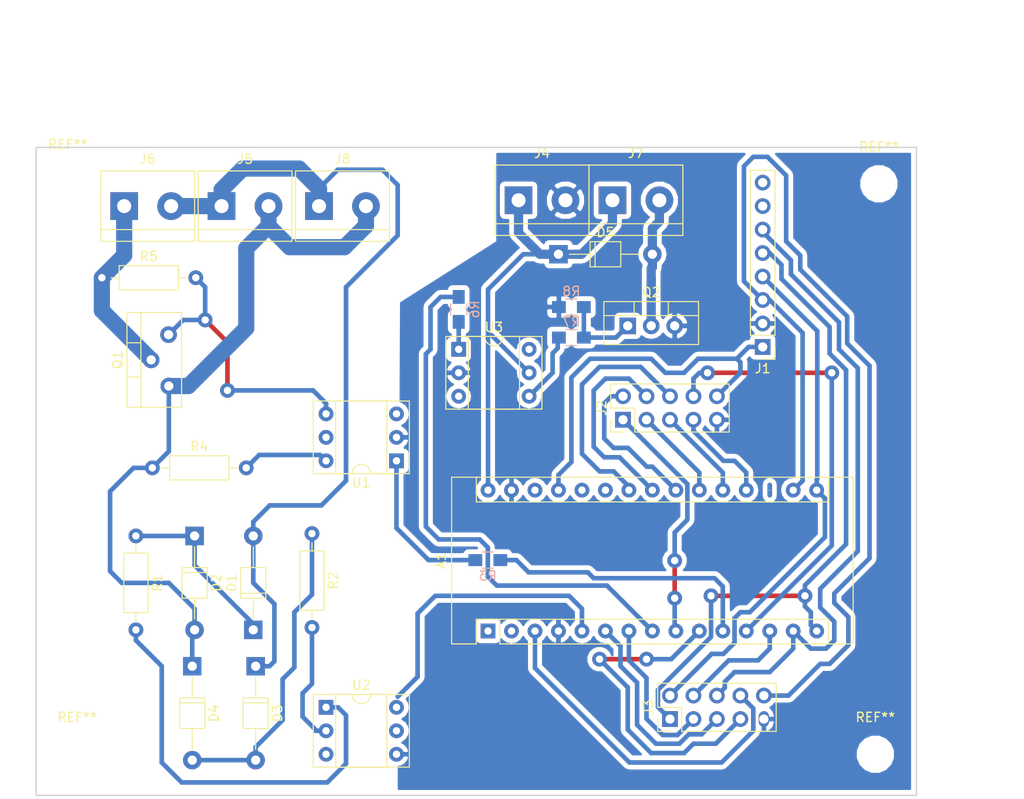
<source format=kicad_pcb>
(kicad_pcb (version 4) (host pcbnew 4.0.7+dfsg1-1)

  (general
    (links 67)
    (no_connects 27)
    (area 112.854714 71.928929 227.56 158.11)
    (thickness 1.6)
    (drawings 6)
    (tracks 329)
    (zones 0)
    (modules 31)
    (nets 52)
  )

  (page A4)
  (layers
    (0 F.Cu signal)
    (31 B.Cu signal)
    (32 B.Adhes user)
    (33 F.Adhes user)
    (34 B.Paste user)
    (35 F.Paste user)
    (36 B.SilkS user)
    (37 F.SilkS user)
    (38 B.Mask user)
    (39 F.Mask user)
    (40 Dwgs.User user)
    (41 Cmts.User user)
    (42 Eco1.User user)
    (43 Eco2.User user)
    (44 Edge.Cuts user)
    (45 Margin user)
    (46 B.CrtYd user)
    (47 F.CrtYd user)
    (48 B.Fab user)
    (49 F.Fab user)
  )

  (setup
    (last_trace_width 0.5)
    (user_trace_width 1)
    (user_trace_width 1.75)
    (trace_clearance 0.2)
    (zone_clearance 1)
    (zone_45_only no)
    (trace_min 0.2)
    (segment_width 0.2)
    (edge_width 0.15)
    (via_size 0.6)
    (via_drill 0.4)
    (via_min_size 0.4)
    (via_min_drill 0.3)
    (user_via 0.6 0.4)
    (user_via 1.6 0.8)
    (uvia_size 0.3)
    (uvia_drill 0.1)
    (uvias_allowed no)
    (uvia_min_size 0.2)
    (uvia_min_drill 0.1)
    (pcb_text_width 0.3)
    (pcb_text_size 1.5 1.5)
    (mod_edge_width 0.15)
    (mod_text_size 1 1)
    (mod_text_width 0.15)
    (pad_size 1.7 1.1)
    (pad_drill 1)
    (pad_to_mask_clearance 0.2)
    (aux_axis_origin 0 0)
    (visible_elements FFFFFF7F)
    (pcbplotparams
      (layerselection 0x00030_80000001)
      (usegerberextensions false)
      (excludeedgelayer true)
      (linewidth 0.100000)
      (plotframeref false)
      (viasonmask false)
      (mode 1)
      (useauxorigin false)
      (hpglpennumber 1)
      (hpglpenspeed 20)
      (hpglpendiameter 15)
      (hpglpenoverlay 2)
      (psnegative false)
      (psa4output false)
      (plotreference true)
      (plotvalue true)
      (plotinvisibletext false)
      (padsonsilk false)
      (subtractmaskfromsilk false)
      (outputformat 1)
      (mirror false)
      (drillshape 1)
      (scaleselection 1)
      (outputdirectory ""))
  )

  (net 0 "")
  (net 1 +3V3)
  (net 2 /ENC_BUTTON)
  (net 3 GND)
  (net 4 /LCD4)
  (net 5 /ZERO_CROSS_INT)
  (net 6 /LCD5)
  (net 7 /ENC_E1)
  (net 8 /LCD6)
  (net 9 /ENC_E2)
  (net 10 /LCD7)
  (net 11 /LCD_RS)
  (net 12 /BEEPER)
  (net 13 /SD_DETECT)
  (net 14 /TRIAC_CTRL)
  (net 15 +5V)
  (net 16 /LCD_EN)
  (net 17 /RST)
  (net 18 /SD_CS)
  (net 19 /SPI_MOSI)
  (net 20 +12V)
  (net 21 /SPI_MISO)
  (net 22 /SPI_SCK)
  (net 23 "Net-(D1-Pad1)")
  (net 24 NEUT)
  (net 25 LINE)
  (net 26 "Net-(D3-Pad2)")
  (net 27 "Net-(R1-Pad2)")
  (net 28 "Net-(R2-Pad2)")
  (net 29 "Net-(R3-Pad1)")
  (net 30 "Net-(R4-Pad2)")
  (net 31 "Net-(Q1-Pad3)")
  (net 32 /HEATING_LINE)
  (net 33 /PUMP_CTRL)
  (net 34 "Net-(D5-Pad2)")
  (net 35 "Net-(Q2-Pad1)")
  (net 36 "Net-(R6-Pad1)")
  (net 37 "Net-(R7-Pad2)")
  (net 38 "Net-(A1-Pad1)")
  (net 39 "Net-(A1-Pad2)")
  (net 40 "Net-(A1-Pad18)")
  (net 41 "Net-(A1-Pad25)")
  (net 42 "Net-(A1-Pad26)")
  (net 43 "Net-(A1-Pad28)")
  (net 44 /TEMP_CS)
  (net 45 /TEMP_DRDY)
  (net 46 "Net-(U1-Pad5)")
  (net 47 "Net-(U1-Pad3)")
  (net 48 "Net-(U2-Pad3)")
  (net 49 "Net-(U2-Pad6)")
  (net 50 "Net-(U3-Pad3)")
  (net 51 "Net-(U3-Pad6)")

  (net_class Default "Ceci est la Netclass par défaut"
    (clearance 0.2)
    (trace_width 0.5)
    (via_dia 0.6)
    (via_drill 0.4)
    (uvia_dia 0.3)
    (uvia_drill 0.1)
    (add_net +12V)
    (add_net +3V3)
    (add_net +5V)
    (add_net /BEEPER)
    (add_net /ENC_BUTTON)
    (add_net /ENC_E1)
    (add_net /ENC_E2)
    (add_net /HEATING_LINE)
    (add_net /LCD4)
    (add_net /LCD5)
    (add_net /LCD6)
    (add_net /LCD7)
    (add_net /LCD_EN)
    (add_net /LCD_RS)
    (add_net /PUMP_CTRL)
    (add_net /RST)
    (add_net /SD_CS)
    (add_net /SD_DETECT)
    (add_net /SPI_MISO)
    (add_net /SPI_MOSI)
    (add_net /SPI_SCK)
    (add_net /TEMP_CS)
    (add_net /TEMP_DRDY)
    (add_net /TRIAC_CTRL)
    (add_net /ZERO_CROSS_INT)
    (add_net GND)
    (add_net LINE)
    (add_net NEUT)
    (add_net "Net-(A1-Pad1)")
    (add_net "Net-(A1-Pad18)")
    (add_net "Net-(A1-Pad2)")
    (add_net "Net-(A1-Pad25)")
    (add_net "Net-(A1-Pad26)")
    (add_net "Net-(A1-Pad28)")
    (add_net "Net-(D1-Pad1)")
    (add_net "Net-(D3-Pad2)")
    (add_net "Net-(D5-Pad2)")
    (add_net "Net-(Q1-Pad3)")
    (add_net "Net-(Q2-Pad1)")
    (add_net "Net-(R1-Pad2)")
    (add_net "Net-(R2-Pad2)")
    (add_net "Net-(R3-Pad1)")
    (add_net "Net-(R4-Pad2)")
    (add_net "Net-(R6-Pad1)")
    (add_net "Net-(R7-Pad2)")
    (add_net "Net-(U1-Pad3)")
    (add_net "Net-(U1-Pad5)")
    (add_net "Net-(U2-Pad3)")
    (add_net "Net-(U2-Pad6)")
    (add_net "Net-(U3-Pad3)")
    (add_net "Net-(U3-Pad6)")
  )

  (module Mounting_Holes:MountingHole_3mm (layer F.Cu) (tedit 56D1B4CB) (tstamp 5ABBCDD3)
    (at 120.269 91.059)
    (descr "Mounting Hole 3mm, no annular")
    (tags "mounting hole 3mm no annular")
    (fp_text reference REF** (at 0 -4) (layer F.SilkS)
      (effects (font (size 1 1) (thickness 0.15)))
    )
    (fp_text value MountingHole_3mm (at 0 4) (layer F.Fab)
      (effects (font (size 1 1) (thickness 0.15)))
    )
    (fp_circle (center 0 0) (end 3 0) (layer Cmts.User) (width 0.15))
    (fp_circle (center 0 0) (end 3.25 0) (layer F.CrtYd) (width 0.05))
    (pad 1 np_thru_hole circle (at 0 0) (size 3 3) (drill 3) (layers *.Cu *.Mask))
  )

  (module HV_TO220:TO-220_Vertical_HV (layer F.Cu) (tedit 5ABAA87C) (tstamp 5ABAAB8A)
    (at 129.286 112.903 90)
    (descr "TO-220, Vertical, RM 2.54mm")
    (tags "TO-220 Vertical RM 2.54mm")
    (path /5A7E2F34)
    (fp_text reference Q1 (at 2.54 -3.62 90) (layer F.SilkS)
      (effects (font (size 1 1) (thickness 0.15)))
    )
    (fp_text value BT139-600 (at 2.57 5.13 90) (layer F.Fab)
      (effects (font (size 1 1) (thickness 0.15)))
    )
    (fp_text user %R (at 2.54 -3.62 90) (layer F.Fab)
      (effects (font (size 1 1) (thickness 0.15)))
    )
    (fp_line (start -2.46 -2.5) (end -2.46 3.17) (layer F.Fab) (width 0.1))
    (fp_line (start -2.46 3.17) (end 7.54 3.17) (layer F.Fab) (width 0.1))
    (fp_line (start 7.54 3.17) (end 7.54 -2.5) (layer F.Fab) (width 0.1))
    (fp_line (start 7.54 -2.5) (end -2.46 -2.5) (layer F.Fab) (width 0.1))
    (fp_line (start -2.46 -1.23) (end 7.54 -1.23) (layer F.Fab) (width 0.1))
    (fp_line (start 0.69 -2.5) (end 0.69 -1.23) (layer F.Fab) (width 0.1))
    (fp_line (start 4.39 -2.5) (end 4.39 -1.23) (layer F.Fab) (width 0.1))
    (fp_line (start -2.58 -2.62) (end 7.66 -2.62) (layer F.SilkS) (width 0.12))
    (fp_line (start -2.58 3.291) (end 7.66 3.291) (layer F.SilkS) (width 0.12))
    (fp_line (start -2.58 -2.62) (end -2.58 3.29) (layer F.SilkS) (width 0.12))
    (fp_line (start 7.66 -2.62) (end 7.66 3.29) (layer F.SilkS) (width 0.12))
    (fp_line (start -2.58 -1.11) (end 7.66 -1.11) (layer F.SilkS) (width 0.12))
    (fp_line (start 0.69 -2.62) (end 0.69 -1.11) (layer F.SilkS) (width 0.12))
    (fp_line (start 4.391 -2.62) (end 4.391 -1.11) (layer F.SilkS) (width 0.12))
    (fp_line (start -2.71 -2.75) (end -2.71 3.43) (layer F.CrtYd) (width 0.05))
    (fp_line (start -2.71 3.43) (end 7.79 3.43) (layer F.CrtYd) (width 0.05))
    (fp_line (start 7.79 3.43) (end 7.79 -2.75) (layer F.CrtYd) (width 0.05))
    (fp_line (start 7.79 -2.75) (end -2.71 -2.75) (layer F.CrtYd) (width 0.05))
    (pad 1 thru_hole oval (at -0.29 1.91 90) (size 1.8 1.8) (drill 1) (layers *.Cu *.Mask)
      (net 25 LINE))
    (pad 2 thru_hole oval (at 2.54 0 90) (size 1.8 1.8) (drill 1) (layers *.Cu *.Mask)
      (net 32 /HEATING_LINE))
    (pad 3 thru_hole oval (at 5.27 1.88 90) (size 1.8 1.8) (drill 1) (layers *.Cu *.Mask)
      (net 31 "Net-(Q1-Pad3)"))
    (model ${KISYS3DMOD}/TO_SOT_Packages_THT.3dshapes/TO-220_Vertical.wrl
      (at (xyz 0.1 0 0))
      (scale (xyz 0.393701 0.393701 0.393701))
      (rotate (xyz 0 0 0))
    )
  )

  (module Housings_DIP:DIP-6_W7.62mm_Socket (layer F.Cu) (tedit 58CC8E33) (tstamp 5AB80B68)
    (at 148.209 147.955)
    (descr "6-lead dip package, row spacing 7.62 mm (300 mils), Socket")
    (tags "DIL DIP PDIP 2.54mm 7.62mm 300mil Socket")
    (path /5A7E0B06)
    (fp_text reference U2 (at 3.81 -2.39) (layer F.SilkS)
      (effects (font (size 1 1) (thickness 0.15)))
    )
    (fp_text value 4N25 (at 3.81 7.47) (layer F.Fab)
      (effects (font (size 1 1) (thickness 0.15)))
    )
    (fp_text user %R (at 3.81 2.54) (layer F.Fab)
      (effects (font (size 1 1) (thickness 0.15)))
    )
    (fp_line (start 1.635 -1.27) (end 6.985 -1.27) (layer F.Fab) (width 0.1))
    (fp_line (start 6.985 -1.27) (end 6.985 6.35) (layer F.Fab) (width 0.1))
    (fp_line (start 6.985 6.35) (end 0.635 6.35) (layer F.Fab) (width 0.1))
    (fp_line (start 0.635 6.35) (end 0.635 -0.27) (layer F.Fab) (width 0.1))
    (fp_line (start 0.635 -0.27) (end 1.635 -1.27) (layer F.Fab) (width 0.1))
    (fp_line (start -1.27 -1.27) (end -1.27 6.35) (layer F.Fab) (width 0.1))
    (fp_line (start -1.27 6.35) (end 8.89 6.35) (layer F.Fab) (width 0.1))
    (fp_line (start 8.89 6.35) (end 8.89 -1.27) (layer F.Fab) (width 0.1))
    (fp_line (start 8.89 -1.27) (end -1.27 -1.27) (layer F.Fab) (width 0.1))
    (fp_line (start 2.81 -1.39) (end 1.04 -1.39) (layer F.SilkS) (width 0.12))
    (fp_line (start 1.04 -1.39) (end 1.04 6.47) (layer F.SilkS) (width 0.12))
    (fp_line (start 1.04 6.47) (end 6.58 6.47) (layer F.SilkS) (width 0.12))
    (fp_line (start 6.58 6.47) (end 6.58 -1.39) (layer F.SilkS) (width 0.12))
    (fp_line (start 6.58 -1.39) (end 4.81 -1.39) (layer F.SilkS) (width 0.12))
    (fp_line (start -1.39 -1.39) (end -1.39 6.47) (layer F.SilkS) (width 0.12))
    (fp_line (start -1.39 6.47) (end 9.01 6.47) (layer F.SilkS) (width 0.12))
    (fp_line (start 9.01 6.47) (end 9.01 -1.39) (layer F.SilkS) (width 0.12))
    (fp_line (start 9.01 -1.39) (end -1.39 -1.39) (layer F.SilkS) (width 0.12))
    (fp_line (start -1.7 -1.7) (end -1.7 6.8) (layer F.CrtYd) (width 0.05))
    (fp_line (start -1.7 6.8) (end 9.3 6.8) (layer F.CrtYd) (width 0.05))
    (fp_line (start 9.3 6.8) (end 9.3 -1.7) (layer F.CrtYd) (width 0.05))
    (fp_line (start 9.3 -1.7) (end -1.7 -1.7) (layer F.CrtYd) (width 0.05))
    (fp_arc (start 3.81 -1.39) (end 2.81 -1.39) (angle -180) (layer F.SilkS) (width 0.12))
    (pad 1 thru_hole rect (at 0 0) (size 1.6 1.6) (drill 0.8) (layers *.Cu *.Mask)
      (net 27 "Net-(R1-Pad2)"))
    (pad 4 thru_hole oval (at 7.62 5.08) (size 1.6 1.6) (drill 0.8) (layers *.Cu *.Mask)
      (net 3 GND))
    (pad 2 thru_hole oval (at 0 2.54) (size 1.6 1.6) (drill 0.8) (layers *.Cu *.Mask)
      (net 28 "Net-(R2-Pad2)"))
    (pad 5 thru_hole oval (at 7.62 2.54) (size 1.6 1.6) (drill 0.8) (layers *.Cu *.Mask)
      (net 5 /ZERO_CROSS_INT))
    (pad 3 thru_hole oval (at 0 5.08) (size 1.6 1.6) (drill 0.8) (layers *.Cu *.Mask)
      (net 48 "Net-(U2-Pad3)"))
    (pad 6 thru_hole oval (at 7.62 0) (size 1.6 1.6) (drill 0.8) (layers *.Cu *.Mask)
      (net 49 "Net-(U2-Pad6)"))
    (model ${KISYS3DMOD}/Housings_DIP.3dshapes/DIP-6_W7.62mm_Socket.wrl
      (at (xyz 0 0 0))
      (scale (xyz 1 1 1))
      (rotate (xyz 0 0 0))
    )
  )

  (module Mounting_Holes:MountingHole_3mm (layer F.Cu) (tedit 56D1B4CB) (tstamp 5ABB879A)
    (at 208.026 91.313)
    (descr "Mounting Hole 3mm, no annular")
    (tags "mounting hole 3mm no annular")
    (fp_text reference REF** (at 0 -4) (layer F.SilkS)
      (effects (font (size 1 1) (thickness 0.15)))
    )
    (fp_text value MountingHole_3mm (at 0 4) (layer F.Fab)
      (effects (font (size 1 1) (thickness 0.15)))
    )
    (fp_circle (center 0 0) (end 3 0) (layer Cmts.User) (width 0.15))
    (fp_circle (center 0 0) (end 3.25 0) (layer F.CrtYd) (width 0.05))
    (pad 1 np_thru_hole circle (at 0 0) (size 3 3) (drill 3) (layers *.Cu *.Mask))
  )

  (module Mounting_Holes:MountingHole_3mm (layer F.Cu) (tedit 56D1B4CB) (tstamp 5ABB8792)
    (at 121.285 153.035)
    (descr "Mounting Hole 3mm, no annular")
    (tags "mounting hole 3mm no annular")
    (fp_text reference REF** (at 0 -4) (layer F.SilkS)
      (effects (font (size 1 1) (thickness 0.15)))
    )
    (fp_text value MountingHole_3mm (at 0 4) (layer F.Fab)
      (effects (font (size 1 1) (thickness 0.15)))
    )
    (fp_circle (center 0 0) (end 3 0) (layer Cmts.User) (width 0.15))
    (fp_circle (center 0 0) (end 3.25 0) (layer F.CrtYd) (width 0.05))
    (pad 1 np_thru_hole circle (at 0 0) (size 3 3) (drill 3) (layers *.Cu *.Mask))
  )

  (module Mounting_Holes:MountingHole_3mm (layer F.Cu) (tedit 56D1B4CB) (tstamp 5ABB8786)
    (at 207.645 153.035)
    (descr "Mounting Hole 3mm, no annular")
    (tags "mounting hole 3mm no annular")
    (fp_text reference REF** (at 0 -4) (layer F.SilkS)
      (effects (font (size 1 1) (thickness 0.15)))
    )
    (fp_text value MountingHole_3mm (at 0 4) (layer F.Fab)
      (effects (font (size 1 1) (thickness 0.15)))
    )
    (fp_circle (center 0 0) (end 3 0) (layer Cmts.User) (width 0.15))
    (fp_circle (center 0 0) (end 3.25 0) (layer F.CrtYd) (width 0.05))
    (pad 1 np_thru_hole circle (at 0 0) (size 3 3) (drill 3) (layers *.Cu *.Mask))
  )

  (module Resistors_THT:R_Axial_DIN0207_L6.3mm_D2.5mm_P10.16mm_Horizontal (layer F.Cu) (tedit 5874F706) (tstamp 5AB9698A)
    (at 123.952 101.473)
    (descr "Resistor, Axial_DIN0207 series, Axial, Horizontal, pin pitch=10.16mm, 0.25W = 1/4W, length*diameter=6.3*2.5mm^2, http://cdn-reichelt.de/documents/datenblatt/B400/1_4W%23YAG.pdf")
    (tags "Resistor Axial_DIN0207 series Axial Horizontal pin pitch 10.16mm 0.25W = 1/4W length 6.3mm diameter 2.5mm")
    (path /5ABA080F)
    (fp_text reference R5 (at 5.08 -2.31) (layer F.SilkS)
      (effects (font (size 1 1) (thickness 0.15)))
    )
    (fp_text value 330 (at 5.08 2.31) (layer F.Fab)
      (effects (font (size 1 1) (thickness 0.15)))
    )
    (fp_line (start 1.93 -1.25) (end 1.93 1.25) (layer F.Fab) (width 0.1))
    (fp_line (start 1.93 1.25) (end 8.23 1.25) (layer F.Fab) (width 0.1))
    (fp_line (start 8.23 1.25) (end 8.23 -1.25) (layer F.Fab) (width 0.1))
    (fp_line (start 8.23 -1.25) (end 1.93 -1.25) (layer F.Fab) (width 0.1))
    (fp_line (start 0 0) (end 1.93 0) (layer F.Fab) (width 0.1))
    (fp_line (start 10.16 0) (end 8.23 0) (layer F.Fab) (width 0.1))
    (fp_line (start 1.87 -1.31) (end 1.87 1.31) (layer F.SilkS) (width 0.12))
    (fp_line (start 1.87 1.31) (end 8.29 1.31) (layer F.SilkS) (width 0.12))
    (fp_line (start 8.29 1.31) (end 8.29 -1.31) (layer F.SilkS) (width 0.12))
    (fp_line (start 8.29 -1.31) (end 1.87 -1.31) (layer F.SilkS) (width 0.12))
    (fp_line (start 0.98 0) (end 1.87 0) (layer F.SilkS) (width 0.12))
    (fp_line (start 9.18 0) (end 8.29 0) (layer F.SilkS) (width 0.12))
    (fp_line (start -1.05 -1.6) (end -1.05 1.6) (layer F.CrtYd) (width 0.05))
    (fp_line (start -1.05 1.6) (end 11.25 1.6) (layer F.CrtYd) (width 0.05))
    (fp_line (start 11.25 1.6) (end 11.25 -1.6) (layer F.CrtYd) (width 0.05))
    (fp_line (start 11.25 -1.6) (end -1.05 -1.6) (layer F.CrtYd) (width 0.05))
    (pad 1 thru_hole circle (at 0 0) (size 1.6 1.6) (drill 0.8) (layers *.Cu *.Mask)
      (net 32 /HEATING_LINE))
    (pad 2 thru_hole oval (at 10.16 0) (size 1.6 1.6) (drill 0.8) (layers *.Cu *.Mask)
      (net 31 "Net-(Q1-Pad3)"))
    (model ${KISYS3DMOD}/Resistors_THT.3dshapes/R_Axial_DIN0207_L6.3mm_D2.5mm_P10.16mm_Horizontal.wrl
      (at (xyz 0 0 0))
      (scale (xyz 0.393701 0.393701 0.393701))
      (rotate (xyz 0 0 0))
    )
  )

  (module Modules:Arduino_Nano (layer F.Cu) (tedit 5AB957F8) (tstamp 5AB80990)
    (at 165.735 139.7 90)
    (descr "Arduino Nano, http://www.mouser.com/pdfdocs/Gravitech_Arduino_Nano3_0.pdf")
    (tags "Arduino Nano")
    (path /5A7E31CA)
    (fp_text reference A1 (at 7.62 -5.08 90) (layer F.SilkS)
      (effects (font (size 1 1) (thickness 0.15)))
    )
    (fp_text value Arduino_Nano_v3.x (at 8.89 19.05 180) (layer F.Fab)
      (effects (font (size 1 1) (thickness 0.15)))
    )
    (fp_text user %R (at 6.35 19.05 180) (layer F.Fab)
      (effects (font (size 1 1) (thickness 0.15)))
    )
    (fp_line (start 1.27 1.27) (end 1.27 -1.27) (layer F.SilkS) (width 0.12))
    (fp_line (start 1.27 -1.27) (end -1.4 -1.27) (layer F.SilkS) (width 0.12))
    (fp_line (start -1.4 1.27) (end -1.4 39.5) (layer F.SilkS) (width 0.12))
    (fp_line (start -1.4 -3.94) (end -1.4 -1.27) (layer F.SilkS) (width 0.12))
    (fp_line (start 13.97 -1.27) (end 16.64 -1.27) (layer F.SilkS) (width 0.12))
    (fp_line (start 13.97 -1.27) (end 13.97 36.83) (layer F.SilkS) (width 0.12))
    (fp_line (start 13.97 36.83) (end 16.64 36.83) (layer F.SilkS) (width 0.12))
    (fp_line (start 1.27 1.27) (end -1.4 1.27) (layer F.SilkS) (width 0.12))
    (fp_line (start 1.27 1.27) (end 1.27 36.83) (layer F.SilkS) (width 0.12))
    (fp_line (start 1.27 36.83) (end -1.4 36.83) (layer F.SilkS) (width 0.12))
    (fp_line (start 3.81 31.75) (end 11.43 31.75) (layer F.Fab) (width 0.1))
    (fp_line (start 11.43 31.75) (end 11.43 41.91) (layer F.Fab) (width 0.1))
    (fp_line (start 11.43 41.91) (end 3.81 41.91) (layer F.Fab) (width 0.1))
    (fp_line (start 3.81 41.91) (end 3.81 31.75) (layer F.Fab) (width 0.1))
    (fp_line (start -1.4 39.5) (end 16.64 39.5) (layer F.SilkS) (width 0.12))
    (fp_line (start 16.64 39.5) (end 16.64 -3.94) (layer F.SilkS) (width 0.12))
    (fp_line (start 16.64 -3.94) (end -1.4 -3.94) (layer F.SilkS) (width 0.12))
    (fp_line (start 16.51 39.37) (end -1.27 39.37) (layer F.Fab) (width 0.1))
    (fp_line (start -1.27 39.37) (end -1.27 -2.54) (layer F.Fab) (width 0.1))
    (fp_line (start -1.27 -2.54) (end 0 -3.81) (layer F.Fab) (width 0.1))
    (fp_line (start 0 -3.81) (end 16.51 -3.81) (layer F.Fab) (width 0.1))
    (fp_line (start 16.51 -3.81) (end 16.51 39.37) (layer F.Fab) (width 0.1))
    (fp_line (start -1.53 -4.06) (end 16.75 -4.06) (layer F.CrtYd) (width 0.05))
    (fp_line (start -1.53 -4.06) (end -1.53 42.16) (layer F.CrtYd) (width 0.05))
    (fp_line (start 16.75 42.16) (end 16.75 -4.06) (layer F.CrtYd) (width 0.05))
    (fp_line (start 16.75 42.16) (end -1.53 42.16) (layer F.CrtYd) (width 0.05))
    (pad 1 thru_hole rect (at 0 0 90) (size 1.6 1.6) (drill 0.8) (layers *.Cu *.Mask)
      (net 38 "Net-(A1-Pad1)"))
    (pad 17 thru_hole oval (at 15.24 33.02 90) (size 1.6 1.6) (drill 0.8) (layers *.Cu *.Mask)
      (net 1 +3V3))
    (pad 2 thru_hole oval (at 0 2.54 90) (size 1.6 1.6) (drill 0.8) (layers *.Cu *.Mask)
      (net 39 "Net-(A1-Pad2)"))
    (pad 18 thru_hole oval (at 15.24 30.48 90) (size 1.6 0.5) (drill 0.1) (layers *.Cu *.Mask)
      (net 40 "Net-(A1-Pad18)"))
    (pad 3 thru_hole oval (at 0 5.08 90) (size 1.6 1.6) (drill 0.8) (layers *.Cu *.Mask)
      (net 17 /RST))
    (pad 19 thru_hole oval (at 15.24 27.94 90) (size 1.6 1.6) (drill 0.8) (layers *.Cu *.Mask)
      (net 8 /LCD6))
    (pad 4 thru_hole oval (at 0 7.62 90) (size 1.6 1.6) (drill 0.8) (layers *.Cu *.Mask)
      (net 3 GND))
    (pad 20 thru_hole oval (at 15.24 25.4 90) (size 1.6 1.6) (drill 0.8) (layers *.Cu *.Mask)
      (net 4 /LCD4))
    (pad 5 thru_hole oval (at 0 10.16 90) (size 1.6 1.6) (drill 0.8) (layers *.Cu *.Mask)
      (net 5 /ZERO_CROSS_INT))
    (pad 21 thru_hole oval (at 15.24 22.86 90) (size 1.6 1.6) (drill 0.8) (layers *.Cu *.Mask)
      (net 16 /LCD_EN))
    (pad 6 thru_hole oval (at 0 12.7 90) (size 1.6 1.6) (drill 0.8) (layers *.Cu *.Mask)
      (net 7 /ENC_E1))
    (pad 22 thru_hole oval (at 15.24 20.32 90) (size 1.6 1.6) (drill 0.8) (layers *.Cu *.Mask)
      (net 2 /ENC_BUTTON))
    (pad 7 thru_hole oval (at 0 15.24 90) (size 1.6 1.6) (drill 0.8) (layers *.Cu *.Mask)
      (net 9 /ENC_E2))
    (pad 23 thru_hole oval (at 15.24 17.78 90) (size 1.6 1.6) (drill 0.8) (layers *.Cu *.Mask)
      (net 11 /LCD_RS))
    (pad 8 thru_hole oval (at 0 17.78 90) (size 1.6 1.6) (drill 0.8) (layers *.Cu *.Mask)
      (net 33 /PUMP_CTRL))
    (pad 24 thru_hole oval (at 15.24 15.24 90) (size 1.6 1.6) (drill 0.8) (layers *.Cu *.Mask)
      (net 10 /LCD7))
    (pad 9 thru_hole oval (at 0 20.32 90) (size 1.6 1.6) (drill 0.8) (layers *.Cu *.Mask)
      (net 12 /BEEPER))
    (pad 25 thru_hole oval (at 15.24 12.7 90) (size 1.6 1.6) (drill 0.8) (layers *.Cu *.Mask)
      (net 41 "Net-(A1-Pad25)"))
    (pad 10 thru_hole oval (at 0 22.86 90) (size 1.6 1.6) (drill 0.8) (layers *.Cu *.Mask)
      (net 13 /SD_DETECT))
    (pad 26 thru_hole oval (at 15.24 10.16 90) (size 1.6 1.6) (drill 0.8) (layers *.Cu *.Mask)
      (net 42 "Net-(A1-Pad26)"))
    (pad 11 thru_hole oval (at 0 25.4 90) (size 1.6 1.6) (drill 0.8) (layers *.Cu *.Mask)
      (net 14 /TRIAC_CTRL))
    (pad 27 thru_hole oval (at 15.24 7.62 90) (size 1.6 1.6) (drill 0.8) (layers *.Cu *.Mask)
      (net 15 +5V))
    (pad 12 thru_hole oval (at 0 27.94 90) (size 1.6 1.6) (drill 0.8) (layers *.Cu *.Mask)
      (net 6 /LCD5))
    (pad 28 thru_hole oval (at 15.24 5.08 90) (size 1.6 1.6) (drill 0.8) (layers *.Cu *.Mask)
      (net 43 "Net-(A1-Pad28)"))
    (pad 13 thru_hole oval (at 0 30.48 90) (size 1.6 1.6) (drill 0.8) (layers *.Cu *.Mask)
      (net 18 /SD_CS))
    (pad 29 thru_hole oval (at 15.24 2.54 90) (size 1.6 1.6) (drill 0.8) (layers *.Cu *.Mask)
      (net 3 GND))
    (pad 14 thru_hole oval (at 0 33.02 90) (size 1.6 1.6) (drill 0.8) (layers *.Cu *.Mask)
      (net 19 /SPI_MOSI))
    (pad 30 thru_hole oval (at 15.24 0 90) (size 1.6 1.6) (drill 0.8) (layers *.Cu *.Mask)
      (net 20 +12V))
    (pad 15 thru_hole oval (at 0 35.56 90) (size 1.6 1.6) (drill 0.8) (layers *.Cu *.Mask)
      (net 21 /SPI_MISO))
    (pad 16 thru_hole oval (at 15.24 35.56 90) (size 1.6 1.6) (drill 0.8) (layers *.Cu *.Mask)
      (net 22 /SPI_SCK))
  )

  (module Pin_Headers:Pin_Header_Straight_2x05_Pitch2.54mm (layer F.Cu) (tedit 5ABBCC55) (tstamp 5AB80A50)
    (at 185.42 149.225 90)
    (descr "Through hole straight pin header, 2x05, 2.54mm pitch, double rows")
    (tags "Through hole pin header THT 2x05 2.54mm double row")
    (path /5AB7EEBB)
    (fp_text reference J3 (at 1.27 -2.33 90) (layer F.SilkS)
      (effects (font (size 1 1) (thickness 0.15)))
    )
    (fp_text value EXP2 (at 1.27 12.49 90) (layer F.Fab)
      (effects (font (size 1 1) (thickness 0.15)))
    )
    (fp_line (start 0 -1.27) (end 3.81 -1.27) (layer F.Fab) (width 0.1))
    (fp_line (start 3.81 -1.27) (end 3.81 11.43) (layer F.Fab) (width 0.1))
    (fp_line (start 3.81 11.43) (end -1.27 11.43) (layer F.Fab) (width 0.1))
    (fp_line (start -1.27 11.43) (end -1.27 0) (layer F.Fab) (width 0.1))
    (fp_line (start -1.27 0) (end 0 -1.27) (layer F.Fab) (width 0.1))
    (fp_line (start -1.33 11.49) (end 3.87 11.49) (layer F.SilkS) (width 0.12))
    (fp_line (start -1.33 1.27) (end -1.33 11.49) (layer F.SilkS) (width 0.12))
    (fp_line (start 3.87 -1.33) (end 3.87 11.49) (layer F.SilkS) (width 0.12))
    (fp_line (start -1.33 1.27) (end 1.27 1.27) (layer F.SilkS) (width 0.12))
    (fp_line (start 1.27 1.27) (end 1.27 -1.33) (layer F.SilkS) (width 0.12))
    (fp_line (start 1.27 -1.33) (end 3.87 -1.33) (layer F.SilkS) (width 0.12))
    (fp_line (start -1.33 0) (end -1.33 -1.33) (layer F.SilkS) (width 0.12))
    (fp_line (start -1.33 -1.33) (end 0 -1.33) (layer F.SilkS) (width 0.12))
    (fp_line (start -1.8 -1.8) (end -1.8 11.95) (layer F.CrtYd) (width 0.05))
    (fp_line (start -1.8 11.95) (end 4.35 11.95) (layer F.CrtYd) (width 0.05))
    (fp_line (start 4.35 11.95) (end 4.35 -1.8) (layer F.CrtYd) (width 0.05))
    (fp_line (start 4.35 -1.8) (end -1.8 -1.8) (layer F.CrtYd) (width 0.05))
    (fp_text user %R (at 1.27 5.08 180) (layer F.Fab)
      (effects (font (size 1 1) (thickness 0.15)))
    )
    (pad 1 thru_hole rect (at 0 0 90) (size 1.7 1.7) (drill 1) (layers *.Cu *.Mask)
      (net 21 /SPI_MISO))
    (pad 2 thru_hole oval (at 2.54 0 90) (size 1.7 1.7) (drill 1) (layers *.Cu *.Mask)
      (net 22 /SPI_SCK))
    (pad 3 thru_hole oval (at 0 2.54 90) (size 1.7 1.7) (drill 1) (layers *.Cu *.Mask)
      (net 9 /ENC_E2))
    (pad 4 thru_hole oval (at 2.54 2.54 90) (size 1.7 1.7) (drill 1) (layers *.Cu *.Mask)
      (net 18 /SD_CS))
    (pad 5 thru_hole oval (at 0 5.08 90) (size 1.7 1.7) (drill 1) (layers *.Cu *.Mask)
      (net 7 /ENC_E1))
    (pad 6 thru_hole oval (at 2.54 5.08 90) (size 1.7 1.7) (drill 1) (layers *.Cu *.Mask)
      (net 19 /SPI_MOSI))
    (pad 7 thru_hole oval (at 0 7.62 90) (size 1.7 1.7) (drill 1) (layers *.Cu *.Mask)
      (net 13 /SD_DETECT))
    (pad 8 thru_hole oval (at 2.54 7.62 90) (size 1.7 1.7) (drill 1) (layers *.Cu *.Mask)
      (net 17 /RST))
    (pad 9 thru_hole oval (at 0 10.16 90) (size 1.7 1.1) (drill 1) (layers *.Cu *.Mask)
      (net 3 GND))
    (pad 10 thru_hole oval (at 2.54 10.16 90) (size 1.7 1.7) (drill 1) (layers *.Cu *.Mask)
      (net 1 +3V3))
    (model ${KISYS3DMOD}/Pin_Headers.3dshapes/Pin_Header_Straight_2x05_Pitch2.54mm.wrl
      (at (xyz 0 0 0))
      (scale (xyz 1 1 1))
      (rotate (xyz 0 0 0))
    )
  )

  (module Pin_Headers:Pin_Header_Straight_2x05_Pitch2.54mm (layer F.Cu) (tedit 59650532) (tstamp 5AB80A30)
    (at 180.34 116.84 90)
    (descr "Through hole straight pin header, 2x05, 2.54mm pitch, double rows")
    (tags "Through hole pin header THT 2x05 2.54mm double row")
    (path /5AB7C084)
    (fp_text reference J2 (at 1.27 -2.33 90) (layer F.SilkS)
      (effects (font (size 1 1) (thickness 0.15)))
    )
    (fp_text value EXP1 (at 1.27 12.49 90) (layer F.Fab)
      (effects (font (size 1 1) (thickness 0.15)))
    )
    (fp_line (start 0 -1.27) (end 3.81 -1.27) (layer F.Fab) (width 0.1))
    (fp_line (start 3.81 -1.27) (end 3.81 11.43) (layer F.Fab) (width 0.1))
    (fp_line (start 3.81 11.43) (end -1.27 11.43) (layer F.Fab) (width 0.1))
    (fp_line (start -1.27 11.43) (end -1.27 0) (layer F.Fab) (width 0.1))
    (fp_line (start -1.27 0) (end 0 -1.27) (layer F.Fab) (width 0.1))
    (fp_line (start -1.33 11.49) (end 3.87 11.49) (layer F.SilkS) (width 0.12))
    (fp_line (start -1.33 1.27) (end -1.33 11.49) (layer F.SilkS) (width 0.12))
    (fp_line (start 3.87 -1.33) (end 3.87 11.49) (layer F.SilkS) (width 0.12))
    (fp_line (start -1.33 1.27) (end 1.27 1.27) (layer F.SilkS) (width 0.12))
    (fp_line (start 1.27 1.27) (end 1.27 -1.33) (layer F.SilkS) (width 0.12))
    (fp_line (start 1.27 -1.33) (end 3.87 -1.33) (layer F.SilkS) (width 0.12))
    (fp_line (start -1.33 0) (end -1.33 -1.33) (layer F.SilkS) (width 0.12))
    (fp_line (start -1.33 -1.33) (end 0 -1.33) (layer F.SilkS) (width 0.12))
    (fp_line (start -1.8 -1.8) (end -1.8 11.95) (layer F.CrtYd) (width 0.05))
    (fp_line (start -1.8 11.95) (end 4.35 11.95) (layer F.CrtYd) (width 0.05))
    (fp_line (start 4.35 11.95) (end 4.35 -1.8) (layer F.CrtYd) (width 0.05))
    (fp_line (start 4.35 -1.8) (end -1.8 -1.8) (layer F.CrtYd) (width 0.05))
    (fp_text user %R (at 1.27 5.08 180) (layer F.Fab)
      (effects (font (size 1 1) (thickness 0.15)))
    )
    (pad 1 thru_hole rect (at 0 0 90) (size 1.7 1.7) (drill 1) (layers *.Cu *.Mask)
      (net 12 /BEEPER))
    (pad 2 thru_hole oval (at 2.54 0 90) (size 1.7 1.7) (drill 1) (layers *.Cu *.Mask)
      (net 2 /ENC_BUTTON))
    (pad 3 thru_hole oval (at 0 2.54 90) (size 1.7 1.7) (drill 1) (layers *.Cu *.Mask)
      (net 16 /LCD_EN))
    (pad 4 thru_hole oval (at 2.54 2.54 90) (size 1.7 1.7) (drill 1) (layers *.Cu *.Mask)
      (net 11 /LCD_RS))
    (pad 5 thru_hole oval (at 0 5.08 90) (size 1.7 1.7) (drill 1) (layers *.Cu *.Mask)
      (net 4 /LCD4))
    (pad 6 thru_hole oval (at 2.54 5.08 90) (size 1.7 1.7) (drill 1) (layers *.Cu *.Mask)
      (net 10 /LCD7))
    (pad 7 thru_hole oval (at 0 7.62 90) (size 1.7 1.7) (drill 1) (layers *.Cu *.Mask)
      (net 8 /LCD6))
    (pad 8 thru_hole oval (at 2.54 7.62 90) (size 1.7 1.7) (drill 1) (layers *.Cu *.Mask)
      (net 6 /LCD5))
    (pad 9 thru_hole oval (at 0 10.16 90) (size 1.7 1.7) (drill 1) (layers *.Cu *.Mask)
      (net 3 GND))
    (pad 10 thru_hole oval (at 2.54 10.16 90) (size 1.7 1.7) (drill 1) (layers *.Cu *.Mask)
      (net 15 +5V))
    (model ${KISYS3DMOD}/Pin_Headers.3dshapes/Pin_Header_Straight_2x05_Pitch2.54mm.wrl
      (at (xyz 0 0 0))
      (scale (xyz 1 1 1))
      (rotate (xyz 0 0 0))
    )
  )

  (module Pin_Headers:Pin_Header_Straight_1x08_Pitch2.54mm (layer F.Cu) (tedit 59650532) (tstamp 5AB80A10)
    (at 195.453 108.966 180)
    (descr "Through hole straight pin header, 1x08, 2.54mm pitch, single row")
    (tags "Through hole pin header THT 1x08 2.54mm single row")
    (path /5AB841FB)
    (fp_text reference J1 (at 0 -2.33 180) (layer F.SilkS)
      (effects (font (size 1 1) (thickness 0.15)))
    )
    (fp_text value CON_MAX31865 (at 0 20.11 180) (layer F.Fab)
      (effects (font (size 1 1) (thickness 0.15)))
    )
    (fp_line (start -0.635 -1.27) (end 1.27 -1.27) (layer F.Fab) (width 0.1))
    (fp_line (start 1.27 -1.27) (end 1.27 19.05) (layer F.Fab) (width 0.1))
    (fp_line (start 1.27 19.05) (end -1.27 19.05) (layer F.Fab) (width 0.1))
    (fp_line (start -1.27 19.05) (end -1.27 -0.635) (layer F.Fab) (width 0.1))
    (fp_line (start -1.27 -0.635) (end -0.635 -1.27) (layer F.Fab) (width 0.1))
    (fp_line (start -1.33 19.11) (end 1.33 19.11) (layer F.SilkS) (width 0.12))
    (fp_line (start -1.33 1.27) (end -1.33 19.11) (layer F.SilkS) (width 0.12))
    (fp_line (start 1.33 1.27) (end 1.33 19.11) (layer F.SilkS) (width 0.12))
    (fp_line (start -1.33 1.27) (end 1.33 1.27) (layer F.SilkS) (width 0.12))
    (fp_line (start -1.33 0) (end -1.33 -1.33) (layer F.SilkS) (width 0.12))
    (fp_line (start -1.33 -1.33) (end 0 -1.33) (layer F.SilkS) (width 0.12))
    (fp_line (start -1.8 -1.8) (end -1.8 19.55) (layer F.CrtYd) (width 0.05))
    (fp_line (start -1.8 19.55) (end 1.8 19.55) (layer F.CrtYd) (width 0.05))
    (fp_line (start 1.8 19.55) (end 1.8 -1.8) (layer F.CrtYd) (width 0.05))
    (fp_line (start 1.8 -1.8) (end -1.8 -1.8) (layer F.CrtYd) (width 0.05))
    (fp_text user %R (at 0 8.89 270) (layer F.Fab)
      (effects (font (size 1 1) (thickness 0.15)))
    )
    (pad 1 thru_hole rect (at 0 0 180) (size 1.7 1.7) (drill 1) (layers *.Cu *.Mask)
      (net 15 +5V))
    (pad 2 thru_hole oval (at 0 2.54 180) (size 1.7 1.7) (drill 1) (layers *.Cu *.Mask)
      (net 3 GND))
    (pad 3 thru_hole oval (at 0 5.08 180) (size 1.7 1.7) (drill 1) (layers *.Cu *.Mask)
      (net 1 +3V3))
    (pad 4 thru_hole oval (at 0 7.62 180) (size 1.7 1.7) (drill 1) (layers *.Cu *.Mask)
      (net 22 /SPI_SCK))
    (pad 5 thru_hole oval (at 0 10.16 180) (size 1.7 1.7) (drill 1) (layers *.Cu *.Mask)
      (net 21 /SPI_MISO))
    (pad 6 thru_hole oval (at 0 12.7 180) (size 1.7 1.7) (drill 1) (layers *.Cu *.Mask)
      (net 19 /SPI_MOSI))
    (pad 7 thru_hole oval (at 0 15.24 180) (size 1.7 1.7) (drill 1) (layers *.Cu *.Mask)
      (net 44 /TEMP_CS))
    (pad 8 thru_hole oval (at 0 17.78 180) (size 1.7 1.7) (drill 1) (layers *.Cu *.Mask)
      (net 45 /TEMP_DRDY))
    (model ${KISYS3DMOD}/Pin_Headers.3dshapes/Pin_Header_Straight_1x08_Pitch2.54mm.wrl
      (at (xyz 0 0 0))
      (scale (xyz 1 1 1))
      (rotate (xyz 0 0 0))
    )
  )

  (module TerminalBlock:TerminalBlock_bornier-2_P5.08mm (layer F.Cu) (tedit 59FF03AB) (tstamp 5AB8DA78)
    (at 126.365 93.726)
    (descr "simple 2-pin terminal block, pitch 5.08mm, revamped version of bornier2")
    (tags "terminal block bornier2")
    (path /5ABA1416)
    (fp_text reference J6 (at 2.54 -5.08) (layer F.SilkS)
      (effects (font (size 1 1) (thickness 0.15)))
    )
    (fp_text value HEATING_CONN (at 2.54 5.08) (layer F.Fab)
      (effects (font (size 1 1) (thickness 0.15)))
    )
    (fp_text user %R (at 2.54 0) (layer F.Fab)
      (effects (font (size 1 1) (thickness 0.15)))
    )
    (fp_line (start -2.41 2.55) (end 7.49 2.55) (layer F.Fab) (width 0.1))
    (fp_line (start -2.46 -3.75) (end -2.46 3.75) (layer F.Fab) (width 0.1))
    (fp_line (start -2.46 3.75) (end 7.54 3.75) (layer F.Fab) (width 0.1))
    (fp_line (start 7.54 3.75) (end 7.54 -3.75) (layer F.Fab) (width 0.1))
    (fp_line (start 7.54 -3.75) (end -2.46 -3.75) (layer F.Fab) (width 0.1))
    (fp_line (start 7.62 2.54) (end -2.54 2.54) (layer F.SilkS) (width 0.12))
    (fp_line (start 7.62 3.81) (end 7.62 -3.81) (layer F.SilkS) (width 0.12))
    (fp_line (start 7.62 -3.81) (end -2.54 -3.81) (layer F.SilkS) (width 0.12))
    (fp_line (start -2.54 -3.81) (end -2.54 3.81) (layer F.SilkS) (width 0.12))
    (fp_line (start -2.54 3.81) (end 7.62 3.81) (layer F.SilkS) (width 0.12))
    (fp_line (start -2.71 -4) (end 7.79 -4) (layer F.CrtYd) (width 0.05))
    (fp_line (start -2.71 -4) (end -2.71 4) (layer F.CrtYd) (width 0.05))
    (fp_line (start 7.79 4) (end 7.79 -4) (layer F.CrtYd) (width 0.05))
    (fp_line (start 7.79 4) (end -2.71 4) (layer F.CrtYd) (width 0.05))
    (pad 1 thru_hole rect (at 0 0) (size 3 3) (drill 1.52) (layers *.Cu *.Mask)
      (net 32 /HEATING_LINE))
    (pad 2 thru_hole circle (at 5.08 0) (size 3 3) (drill 1.52) (layers *.Cu *.Mask)
      (net 24 NEUT))
    (model ${KISYS3DMOD}/Terminal_Blocks.3dshapes/TerminalBlock_bornier-2_P5.08mm.wrl
      (at (xyz 0.1 0 0))
      (scale (xyz 1 1 1))
      (rotate (xyz 0 0 0))
    )
  )

  (module Housings_DIP:DIP-6_W7.62mm_Socket (layer F.Cu) (tedit 58CC8E33) (tstamp 5AB80B46)
    (at 155.829 121.285 180)
    (descr "6-lead dip package, row spacing 7.62 mm (300 mils), Socket")
    (tags "DIL DIP PDIP 2.54mm 7.62mm 300mil Socket")
    (path /5A7E109D)
    (fp_text reference U1 (at 3.81 -2.39 180) (layer F.SilkS)
      (effects (font (size 1 1) (thickness 0.15)))
    )
    (fp_text value MOC3021M (at 3.81 7.47 180) (layer F.Fab)
      (effects (font (size 1 1) (thickness 0.15)))
    )
    (fp_text user %R (at 3.81 2.54 180) (layer F.Fab)
      (effects (font (size 1 1) (thickness 0.15)))
    )
    (fp_line (start 1.635 -1.27) (end 6.985 -1.27) (layer F.Fab) (width 0.1))
    (fp_line (start 6.985 -1.27) (end 6.985 6.35) (layer F.Fab) (width 0.1))
    (fp_line (start 6.985 6.35) (end 0.635 6.35) (layer F.Fab) (width 0.1))
    (fp_line (start 0.635 6.35) (end 0.635 -0.27) (layer F.Fab) (width 0.1))
    (fp_line (start 0.635 -0.27) (end 1.635 -1.27) (layer F.Fab) (width 0.1))
    (fp_line (start -1.27 -1.27) (end -1.27 6.35) (layer F.Fab) (width 0.1))
    (fp_line (start -1.27 6.35) (end 8.89 6.35) (layer F.Fab) (width 0.1))
    (fp_line (start 8.89 6.35) (end 8.89 -1.27) (layer F.Fab) (width 0.1))
    (fp_line (start 8.89 -1.27) (end -1.27 -1.27) (layer F.Fab) (width 0.1))
    (fp_line (start 2.81 -1.39) (end 1.04 -1.39) (layer F.SilkS) (width 0.12))
    (fp_line (start 1.04 -1.39) (end 1.04 6.47) (layer F.SilkS) (width 0.12))
    (fp_line (start 1.04 6.47) (end 6.58 6.47) (layer F.SilkS) (width 0.12))
    (fp_line (start 6.58 6.47) (end 6.58 -1.39) (layer F.SilkS) (width 0.12))
    (fp_line (start 6.58 -1.39) (end 4.81 -1.39) (layer F.SilkS) (width 0.12))
    (fp_line (start -1.39 -1.39) (end -1.39 6.47) (layer F.SilkS) (width 0.12))
    (fp_line (start -1.39 6.47) (end 9.01 6.47) (layer F.SilkS) (width 0.12))
    (fp_line (start 9.01 6.47) (end 9.01 -1.39) (layer F.SilkS) (width 0.12))
    (fp_line (start 9.01 -1.39) (end -1.39 -1.39) (layer F.SilkS) (width 0.12))
    (fp_line (start -1.7 -1.7) (end -1.7 6.8) (layer F.CrtYd) (width 0.05))
    (fp_line (start -1.7 6.8) (end 9.3 6.8) (layer F.CrtYd) (width 0.05))
    (fp_line (start 9.3 6.8) (end 9.3 -1.7) (layer F.CrtYd) (width 0.05))
    (fp_line (start 9.3 -1.7) (end -1.7 -1.7) (layer F.CrtYd) (width 0.05))
    (fp_arc (start 3.81 -1.39) (end 2.81 -1.39) (angle -180) (layer F.SilkS) (width 0.12))
    (pad 1 thru_hole rect (at 0 0 180) (size 1.6 1.6) (drill 0.8) (layers *.Cu *.Mask)
      (net 29 "Net-(R3-Pad1)"))
    (pad 4 thru_hole oval (at 7.62 5.08 180) (size 1.6 1.6) (drill 0.8) (layers *.Cu *.Mask)
      (net 31 "Net-(Q1-Pad3)"))
    (pad 2 thru_hole oval (at 0 2.54 180) (size 1.6 1.6) (drill 0.8) (layers *.Cu *.Mask)
      (net 3 GND))
    (pad 5 thru_hole oval (at 7.62 2.54 180) (size 1.6 1.6) (drill 0.8) (layers *.Cu *.Mask)
      (net 46 "Net-(U1-Pad5)"))
    (pad 3 thru_hole oval (at 0 5.08 180) (size 1.6 1.6) (drill 0.8) (layers *.Cu *.Mask)
      (net 47 "Net-(U1-Pad3)"))
    (pad 6 thru_hole oval (at 7.62 0 180) (size 1.6 1.6) (drill 0.8) (layers *.Cu *.Mask)
      (net 30 "Net-(R4-Pad2)"))
    (model ${KISYS3DMOD}/Housings_DIP.3dshapes/DIP-6_W7.62mm_Socket.wrl
      (at (xyz 0 0 0))
      (scale (xyz 1 1 1))
      (rotate (xyz 0 0 0))
    )
  )

  (module Diodes_THT:D_T-1_P10.16mm_Horizontal (layer F.Cu) (tedit 5921392F) (tstamp 5AB809A9)
    (at 140.335 139.573 90)
    (descr "D, T-1 series, Axial, Horizontal, pin pitch=10.16mm, , length*diameter=3.2*2.6mm^2, , http://www.diodes.com/_files/packages/T-1.pdf")
    (tags "D T-1 series Axial Horizontal pin pitch 10.16mm  length 3.2mm diameter 2.6mm")
    (path /5A7E129C)
    (fp_text reference D1 (at 5.08 -2.36 90) (layer F.SilkS)
      (effects (font (size 1 1) (thickness 0.15)))
    )
    (fp_text value D (at 5.08 2.36 90) (layer F.Fab)
      (effects (font (size 1 1) (thickness 0.15)))
    )
    (fp_text user %R (at 5.08 0 90) (layer F.Fab)
      (effects (font (size 1 1) (thickness 0.15)))
    )
    (fp_line (start 3.48 -1.3) (end 3.48 1.3) (layer F.Fab) (width 0.1))
    (fp_line (start 3.48 1.3) (end 6.68 1.3) (layer F.Fab) (width 0.1))
    (fp_line (start 6.68 1.3) (end 6.68 -1.3) (layer F.Fab) (width 0.1))
    (fp_line (start 6.68 -1.3) (end 3.48 -1.3) (layer F.Fab) (width 0.1))
    (fp_line (start 0 0) (end 3.48 0) (layer F.Fab) (width 0.1))
    (fp_line (start 10.16 0) (end 6.68 0) (layer F.Fab) (width 0.1))
    (fp_line (start 3.96 -1.3) (end 3.96 1.3) (layer F.Fab) (width 0.1))
    (fp_line (start 3.42 -1.36) (end 3.42 1.36) (layer F.SilkS) (width 0.12))
    (fp_line (start 3.42 1.36) (end 6.74 1.36) (layer F.SilkS) (width 0.12))
    (fp_line (start 6.74 1.36) (end 6.74 -1.36) (layer F.SilkS) (width 0.12))
    (fp_line (start 6.74 -1.36) (end 3.42 -1.36) (layer F.SilkS) (width 0.12))
    (fp_line (start 1.18 0) (end 3.42 0) (layer F.SilkS) (width 0.12))
    (fp_line (start 8.98 0) (end 6.74 0) (layer F.SilkS) (width 0.12))
    (fp_line (start 3.96 -1.36) (end 3.96 1.36) (layer F.SilkS) (width 0.12))
    (fp_line (start -1.25 -1.65) (end -1.25 1.65) (layer F.CrtYd) (width 0.05))
    (fp_line (start -1.25 1.65) (end 11.45 1.65) (layer F.CrtYd) (width 0.05))
    (fp_line (start 11.45 1.65) (end 11.45 -1.65) (layer F.CrtYd) (width 0.05))
    (fp_line (start 11.45 -1.65) (end -1.25 -1.65) (layer F.CrtYd) (width 0.05))
    (pad 1 thru_hole rect (at 0 0 90) (size 2 2) (drill 1) (layers *.Cu *.Mask)
      (net 23 "Net-(D1-Pad1)"))
    (pad 2 thru_hole oval (at 10.16 0 90) (size 2 2) (drill 1) (layers *.Cu *.Mask)
      (net 24 NEUT))
    (model ${KISYS3DMOD}/Diodes_THT.3dshapes/D_T-1_P10.16mm_Horizontal.wrl
      (at (xyz 0 0 0))
      (scale (xyz 0.393701 0.393701 0.393701))
      (rotate (xyz 0 0 0))
    )
  )

  (module Diodes_THT:D_T-1_P10.16mm_Horizontal (layer F.Cu) (tedit 5921392F) (tstamp 5AB809C2)
    (at 133.985 129.413 270)
    (descr "D, T-1 series, Axial, Horizontal, pin pitch=10.16mm, , length*diameter=3.2*2.6mm^2, , http://www.diodes.com/_files/packages/T-1.pdf")
    (tags "D T-1 series Axial Horizontal pin pitch 10.16mm  length 3.2mm diameter 2.6mm")
    (path /5A7E1364)
    (fp_text reference D2 (at 5.08 -2.36 270) (layer F.SilkS)
      (effects (font (size 1 1) (thickness 0.15)))
    )
    (fp_text value D (at 5.08 2.36 270) (layer F.Fab)
      (effects (font (size 1 1) (thickness 0.15)))
    )
    (fp_text user %R (at 5.08 0 270) (layer F.Fab)
      (effects (font (size 1 1) (thickness 0.15)))
    )
    (fp_line (start 3.48 -1.3) (end 3.48 1.3) (layer F.Fab) (width 0.1))
    (fp_line (start 3.48 1.3) (end 6.68 1.3) (layer F.Fab) (width 0.1))
    (fp_line (start 6.68 1.3) (end 6.68 -1.3) (layer F.Fab) (width 0.1))
    (fp_line (start 6.68 -1.3) (end 3.48 -1.3) (layer F.Fab) (width 0.1))
    (fp_line (start 0 0) (end 3.48 0) (layer F.Fab) (width 0.1))
    (fp_line (start 10.16 0) (end 6.68 0) (layer F.Fab) (width 0.1))
    (fp_line (start 3.96 -1.3) (end 3.96 1.3) (layer F.Fab) (width 0.1))
    (fp_line (start 3.42 -1.36) (end 3.42 1.36) (layer F.SilkS) (width 0.12))
    (fp_line (start 3.42 1.36) (end 6.74 1.36) (layer F.SilkS) (width 0.12))
    (fp_line (start 6.74 1.36) (end 6.74 -1.36) (layer F.SilkS) (width 0.12))
    (fp_line (start 6.74 -1.36) (end 3.42 -1.36) (layer F.SilkS) (width 0.12))
    (fp_line (start 1.18 0) (end 3.42 0) (layer F.SilkS) (width 0.12))
    (fp_line (start 8.98 0) (end 6.74 0) (layer F.SilkS) (width 0.12))
    (fp_line (start 3.96 -1.36) (end 3.96 1.36) (layer F.SilkS) (width 0.12))
    (fp_line (start -1.25 -1.65) (end -1.25 1.65) (layer F.CrtYd) (width 0.05))
    (fp_line (start -1.25 1.65) (end 11.45 1.65) (layer F.CrtYd) (width 0.05))
    (fp_line (start 11.45 1.65) (end 11.45 -1.65) (layer F.CrtYd) (width 0.05))
    (fp_line (start 11.45 -1.65) (end -1.25 -1.65) (layer F.CrtYd) (width 0.05))
    (pad 1 thru_hole rect (at 0 0 270) (size 2 2) (drill 1) (layers *.Cu *.Mask)
      (net 23 "Net-(D1-Pad1)"))
    (pad 2 thru_hole oval (at 10.16 0 270) (size 2 2) (drill 1) (layers *.Cu *.Mask)
      (net 25 LINE))
    (model ${KISYS3DMOD}/Diodes_THT.3dshapes/D_T-1_P10.16mm_Horizontal.wrl
      (at (xyz 0 0 0))
      (scale (xyz 0.393701 0.393701 0.393701))
      (rotate (xyz 0 0 0))
    )
  )

  (module Diodes_THT:D_T-1_P10.16mm_Horizontal (layer F.Cu) (tedit 5921392F) (tstamp 5AB809DB)
    (at 140.589 143.51 270)
    (descr "D, T-1 series, Axial, Horizontal, pin pitch=10.16mm, , length*diameter=3.2*2.6mm^2, , http://www.diodes.com/_files/packages/T-1.pdf")
    (tags "D T-1 series Axial Horizontal pin pitch 10.16mm  length 3.2mm diameter 2.6mm")
    (path /5A7E130E)
    (fp_text reference D3 (at 5.08 -2.36 270) (layer F.SilkS)
      (effects (font (size 1 1) (thickness 0.15)))
    )
    (fp_text value D (at 5.08 2.36 270) (layer F.Fab)
      (effects (font (size 1 1) (thickness 0.15)))
    )
    (fp_text user %R (at 5.08 0 270) (layer F.Fab)
      (effects (font (size 1 1) (thickness 0.15)))
    )
    (fp_line (start 3.48 -1.3) (end 3.48 1.3) (layer F.Fab) (width 0.1))
    (fp_line (start 3.48 1.3) (end 6.68 1.3) (layer F.Fab) (width 0.1))
    (fp_line (start 6.68 1.3) (end 6.68 -1.3) (layer F.Fab) (width 0.1))
    (fp_line (start 6.68 -1.3) (end 3.48 -1.3) (layer F.Fab) (width 0.1))
    (fp_line (start 0 0) (end 3.48 0) (layer F.Fab) (width 0.1))
    (fp_line (start 10.16 0) (end 6.68 0) (layer F.Fab) (width 0.1))
    (fp_line (start 3.96 -1.3) (end 3.96 1.3) (layer F.Fab) (width 0.1))
    (fp_line (start 3.42 -1.36) (end 3.42 1.36) (layer F.SilkS) (width 0.12))
    (fp_line (start 3.42 1.36) (end 6.74 1.36) (layer F.SilkS) (width 0.12))
    (fp_line (start 6.74 1.36) (end 6.74 -1.36) (layer F.SilkS) (width 0.12))
    (fp_line (start 6.74 -1.36) (end 3.42 -1.36) (layer F.SilkS) (width 0.12))
    (fp_line (start 1.18 0) (end 3.42 0) (layer F.SilkS) (width 0.12))
    (fp_line (start 8.98 0) (end 6.74 0) (layer F.SilkS) (width 0.12))
    (fp_line (start 3.96 -1.36) (end 3.96 1.36) (layer F.SilkS) (width 0.12))
    (fp_line (start -1.25 -1.65) (end -1.25 1.65) (layer F.CrtYd) (width 0.05))
    (fp_line (start -1.25 1.65) (end 11.45 1.65) (layer F.CrtYd) (width 0.05))
    (fp_line (start 11.45 1.65) (end 11.45 -1.65) (layer F.CrtYd) (width 0.05))
    (fp_line (start 11.45 -1.65) (end -1.25 -1.65) (layer F.CrtYd) (width 0.05))
    (pad 1 thru_hole rect (at 0 0 270) (size 2 2) (drill 1) (layers *.Cu *.Mask)
      (net 24 NEUT))
    (pad 2 thru_hole oval (at 10.16 0 270) (size 2 2) (drill 1) (layers *.Cu *.Mask)
      (net 26 "Net-(D3-Pad2)"))
    (model ${KISYS3DMOD}/Diodes_THT.3dshapes/D_T-1_P10.16mm_Horizontal.wrl
      (at (xyz 0 0 0))
      (scale (xyz 0.393701 0.393701 0.393701))
      (rotate (xyz 0 0 0))
    )
  )

  (module Diodes_THT:D_T-1_P10.16mm_Horizontal (layer F.Cu) (tedit 5921392F) (tstamp 5AB809F4)
    (at 133.731 143.51 270)
    (descr "D, T-1 series, Axial, Horizontal, pin pitch=10.16mm, , length*diameter=3.2*2.6mm^2, , http://www.diodes.com/_files/packages/T-1.pdf")
    (tags "D T-1 series Axial Horizontal pin pitch 10.16mm  length 3.2mm diameter 2.6mm")
    (path /5A7E1154)
    (fp_text reference D4 (at 5.08 -2.36 270) (layer F.SilkS)
      (effects (font (size 1 1) (thickness 0.15)))
    )
    (fp_text value D (at 5.08 2.36 270) (layer F.Fab)
      (effects (font (size 1 1) (thickness 0.15)))
    )
    (fp_text user %R (at 5.08 0 270) (layer F.Fab)
      (effects (font (size 1 1) (thickness 0.15)))
    )
    (fp_line (start 3.48 -1.3) (end 3.48 1.3) (layer F.Fab) (width 0.1))
    (fp_line (start 3.48 1.3) (end 6.68 1.3) (layer F.Fab) (width 0.1))
    (fp_line (start 6.68 1.3) (end 6.68 -1.3) (layer F.Fab) (width 0.1))
    (fp_line (start 6.68 -1.3) (end 3.48 -1.3) (layer F.Fab) (width 0.1))
    (fp_line (start 0 0) (end 3.48 0) (layer F.Fab) (width 0.1))
    (fp_line (start 10.16 0) (end 6.68 0) (layer F.Fab) (width 0.1))
    (fp_line (start 3.96 -1.3) (end 3.96 1.3) (layer F.Fab) (width 0.1))
    (fp_line (start 3.42 -1.36) (end 3.42 1.36) (layer F.SilkS) (width 0.12))
    (fp_line (start 3.42 1.36) (end 6.74 1.36) (layer F.SilkS) (width 0.12))
    (fp_line (start 6.74 1.36) (end 6.74 -1.36) (layer F.SilkS) (width 0.12))
    (fp_line (start 6.74 -1.36) (end 3.42 -1.36) (layer F.SilkS) (width 0.12))
    (fp_line (start 1.18 0) (end 3.42 0) (layer F.SilkS) (width 0.12))
    (fp_line (start 8.98 0) (end 6.74 0) (layer F.SilkS) (width 0.12))
    (fp_line (start 3.96 -1.36) (end 3.96 1.36) (layer F.SilkS) (width 0.12))
    (fp_line (start -1.25 -1.65) (end -1.25 1.65) (layer F.CrtYd) (width 0.05))
    (fp_line (start -1.25 1.65) (end 11.45 1.65) (layer F.CrtYd) (width 0.05))
    (fp_line (start 11.45 1.65) (end 11.45 -1.65) (layer F.CrtYd) (width 0.05))
    (fp_line (start 11.45 -1.65) (end -1.25 -1.65) (layer F.CrtYd) (width 0.05))
    (pad 1 thru_hole rect (at 0 0 270) (size 2 2) (drill 1) (layers *.Cu *.Mask)
      (net 25 LINE))
    (pad 2 thru_hole oval (at 10.16 0 270) (size 2 2) (drill 1) (layers *.Cu *.Mask)
      (net 26 "Net-(D3-Pad2)"))
    (model ${KISYS3DMOD}/Diodes_THT.3dshapes/D_T-1_P10.16mm_Horizontal.wrl
      (at (xyz 0 0 0))
      (scale (xyz 0.393701 0.393701 0.393701))
      (rotate (xyz 0 0 0))
    )
  )

  (module Resistors_THT:R_Axial_DIN0207_L6.3mm_D2.5mm_P10.16mm_Horizontal (layer F.Cu) (tedit 5874F706) (tstamp 5AB80ACC)
    (at 127.635 129.413 270)
    (descr "Resistor, Axial_DIN0207 series, Axial, Horizontal, pin pitch=10.16mm, 0.25W = 1/4W, length*diameter=6.3*2.5mm^2, http://cdn-reichelt.de/documents/datenblatt/B400/1_4W%23YAG.pdf")
    (tags "Resistor Axial_DIN0207 series Axial Horizontal pin pitch 10.16mm 0.25W = 1/4W length 6.3mm diameter 2.5mm")
    (path /5A7E1A8F)
    (fp_text reference R1 (at 5.08 -2.31 270) (layer F.SilkS)
      (effects (font (size 1 1) (thickness 0.15)))
    )
    (fp_text value 45K (at 5.08 2.31 270) (layer F.Fab)
      (effects (font (size 1 1) (thickness 0.15)))
    )
    (fp_line (start 1.93 -1.25) (end 1.93 1.25) (layer F.Fab) (width 0.1))
    (fp_line (start 1.93 1.25) (end 8.23 1.25) (layer F.Fab) (width 0.1))
    (fp_line (start 8.23 1.25) (end 8.23 -1.25) (layer F.Fab) (width 0.1))
    (fp_line (start 8.23 -1.25) (end 1.93 -1.25) (layer F.Fab) (width 0.1))
    (fp_line (start 0 0) (end 1.93 0) (layer F.Fab) (width 0.1))
    (fp_line (start 10.16 0) (end 8.23 0) (layer F.Fab) (width 0.1))
    (fp_line (start 1.87 -1.31) (end 1.87 1.31) (layer F.SilkS) (width 0.12))
    (fp_line (start 1.87 1.31) (end 8.29 1.31) (layer F.SilkS) (width 0.12))
    (fp_line (start 8.29 1.31) (end 8.29 -1.31) (layer F.SilkS) (width 0.12))
    (fp_line (start 8.29 -1.31) (end 1.87 -1.31) (layer F.SilkS) (width 0.12))
    (fp_line (start 0.98 0) (end 1.87 0) (layer F.SilkS) (width 0.12))
    (fp_line (start 9.18 0) (end 8.29 0) (layer F.SilkS) (width 0.12))
    (fp_line (start -1.05 -1.6) (end -1.05 1.6) (layer F.CrtYd) (width 0.05))
    (fp_line (start -1.05 1.6) (end 11.25 1.6) (layer F.CrtYd) (width 0.05))
    (fp_line (start 11.25 1.6) (end 11.25 -1.6) (layer F.CrtYd) (width 0.05))
    (fp_line (start 11.25 -1.6) (end -1.05 -1.6) (layer F.CrtYd) (width 0.05))
    (pad 1 thru_hole circle (at 0 0 270) (size 1.6 1.6) (drill 0.8) (layers *.Cu *.Mask)
      (net 23 "Net-(D1-Pad1)"))
    (pad 2 thru_hole oval (at 10.16 0 270) (size 1.6 1.6) (drill 0.8) (layers *.Cu *.Mask)
      (net 27 "Net-(R1-Pad2)"))
    (model ${KISYS3DMOD}/Resistors_THT.3dshapes/R_Axial_DIN0207_L6.3mm_D2.5mm_P10.16mm_Horizontal.wrl
      (at (xyz 0 0 0))
      (scale (xyz 0.393701 0.393701 0.393701))
      (rotate (xyz 0 0 0))
    )
  )

  (module Resistors_THT:R_Axial_DIN0207_L6.3mm_D2.5mm_P10.16mm_Horizontal (layer F.Cu) (tedit 5874F706) (tstamp 5AB80AE2)
    (at 146.685 129.159 270)
    (descr "Resistor, Axial_DIN0207 series, Axial, Horizontal, pin pitch=10.16mm, 0.25W = 1/4W, length*diameter=6.3*2.5mm^2, http://cdn-reichelt.de/documents/datenblatt/B400/1_4W%23YAG.pdf")
    (tags "Resistor Axial_DIN0207 series Axial Horizontal pin pitch 10.16mm 0.25W = 1/4W length 6.3mm diameter 2.5mm")
    (path /5A7E1B17)
    (fp_text reference R2 (at 5.08 -2.31 270) (layer F.SilkS)
      (effects (font (size 1 1) (thickness 0.15)))
    )
    (fp_text value R45K (at 5.08 2.31 270) (layer F.Fab)
      (effects (font (size 1 1) (thickness 0.15)))
    )
    (fp_line (start 1.93 -1.25) (end 1.93 1.25) (layer F.Fab) (width 0.1))
    (fp_line (start 1.93 1.25) (end 8.23 1.25) (layer F.Fab) (width 0.1))
    (fp_line (start 8.23 1.25) (end 8.23 -1.25) (layer F.Fab) (width 0.1))
    (fp_line (start 8.23 -1.25) (end 1.93 -1.25) (layer F.Fab) (width 0.1))
    (fp_line (start 0 0) (end 1.93 0) (layer F.Fab) (width 0.1))
    (fp_line (start 10.16 0) (end 8.23 0) (layer F.Fab) (width 0.1))
    (fp_line (start 1.87 -1.31) (end 1.87 1.31) (layer F.SilkS) (width 0.12))
    (fp_line (start 1.87 1.31) (end 8.29 1.31) (layer F.SilkS) (width 0.12))
    (fp_line (start 8.29 1.31) (end 8.29 -1.31) (layer F.SilkS) (width 0.12))
    (fp_line (start 8.29 -1.31) (end 1.87 -1.31) (layer F.SilkS) (width 0.12))
    (fp_line (start 0.98 0) (end 1.87 0) (layer F.SilkS) (width 0.12))
    (fp_line (start 9.18 0) (end 8.29 0) (layer F.SilkS) (width 0.12))
    (fp_line (start -1.05 -1.6) (end -1.05 1.6) (layer F.CrtYd) (width 0.05))
    (fp_line (start -1.05 1.6) (end 11.25 1.6) (layer F.CrtYd) (width 0.05))
    (fp_line (start 11.25 1.6) (end 11.25 -1.6) (layer F.CrtYd) (width 0.05))
    (fp_line (start 11.25 -1.6) (end -1.05 -1.6) (layer F.CrtYd) (width 0.05))
    (pad 1 thru_hole circle (at 0 0 270) (size 1.6 1.6) (drill 0.8) (layers *.Cu *.Mask)
      (net 26 "Net-(D3-Pad2)"))
    (pad 2 thru_hole oval (at 10.16 0 270) (size 1.6 1.6) (drill 0.8) (layers *.Cu *.Mask)
      (net 28 "Net-(R2-Pad2)"))
    (model ${KISYS3DMOD}/Resistors_THT.3dshapes/R_Axial_DIN0207_L6.3mm_D2.5mm_P10.16mm_Horizontal.wrl
      (at (xyz 0 0 0))
      (scale (xyz 0.393701 0.393701 0.393701))
      (rotate (xyz 0 0 0))
    )
  )

  (module Resistors_THT:R_Axial_DIN0207_L6.3mm_D2.5mm_P10.16mm_Horizontal (layer F.Cu) (tedit 5874F706) (tstamp 5AB80B0E)
    (at 129.413 122.047)
    (descr "Resistor, Axial_DIN0207 series, Axial, Horizontal, pin pitch=10.16mm, 0.25W = 1/4W, length*diameter=6.3*2.5mm^2, http://cdn-reichelt.de/documents/datenblatt/B400/1_4W%23YAG.pdf")
    (tags "Resistor Axial_DIN0207 series Axial Horizontal pin pitch 10.16mm 0.25W = 1/4W length 6.3mm diameter 2.5mm")
    (path /5A7E2B34)
    (fp_text reference R4 (at 5.08 -2.31) (layer F.SilkS)
      (effects (font (size 1 1) (thickness 0.15)))
    )
    (fp_text value 1K (at 5.08 2.31) (layer F.Fab)
      (effects (font (size 1 1) (thickness 0.15)))
    )
    (fp_line (start 1.93 -1.25) (end 1.93 1.25) (layer F.Fab) (width 0.1))
    (fp_line (start 1.93 1.25) (end 8.23 1.25) (layer F.Fab) (width 0.1))
    (fp_line (start 8.23 1.25) (end 8.23 -1.25) (layer F.Fab) (width 0.1))
    (fp_line (start 8.23 -1.25) (end 1.93 -1.25) (layer F.Fab) (width 0.1))
    (fp_line (start 0 0) (end 1.93 0) (layer F.Fab) (width 0.1))
    (fp_line (start 10.16 0) (end 8.23 0) (layer F.Fab) (width 0.1))
    (fp_line (start 1.87 -1.31) (end 1.87 1.31) (layer F.SilkS) (width 0.12))
    (fp_line (start 1.87 1.31) (end 8.29 1.31) (layer F.SilkS) (width 0.12))
    (fp_line (start 8.29 1.31) (end 8.29 -1.31) (layer F.SilkS) (width 0.12))
    (fp_line (start 8.29 -1.31) (end 1.87 -1.31) (layer F.SilkS) (width 0.12))
    (fp_line (start 0.98 0) (end 1.87 0) (layer F.SilkS) (width 0.12))
    (fp_line (start 9.18 0) (end 8.29 0) (layer F.SilkS) (width 0.12))
    (fp_line (start -1.05 -1.6) (end -1.05 1.6) (layer F.CrtYd) (width 0.05))
    (fp_line (start -1.05 1.6) (end 11.25 1.6) (layer F.CrtYd) (width 0.05))
    (fp_line (start 11.25 1.6) (end 11.25 -1.6) (layer F.CrtYd) (width 0.05))
    (fp_line (start 11.25 -1.6) (end -1.05 -1.6) (layer F.CrtYd) (width 0.05))
    (pad 1 thru_hole circle (at 0 0) (size 1.6 1.6) (drill 0.8) (layers *.Cu *.Mask)
      (net 25 LINE))
    (pad 2 thru_hole oval (at 10.16 0) (size 1.6 1.6) (drill 0.8) (layers *.Cu *.Mask)
      (net 30 "Net-(R4-Pad2)"))
    (model ${KISYS3DMOD}/Resistors_THT.3dshapes/R_Axial_DIN0207_L6.3mm_D2.5mm_P10.16mm_Horizontal.wrl
      (at (xyz 0 0 0))
      (scale (xyz 0.393701 0.393701 0.393701))
      (rotate (xyz 0 0 0))
    )
  )

  (module TerminalBlock:TerminalBlock_bornier-2_P5.08mm (layer F.Cu) (tedit 59FF03AB) (tstamp 5AB8DA6C)
    (at 169.037 93.091)
    (descr "simple 2-pin terminal block, pitch 5.08mm, revamped version of bornier2")
    (tags "terminal block bornier2")
    (path /5AB98397)
    (fp_text reference J4 (at 2.54 -5.08) (layer F.SilkS)
      (effects (font (size 1 1) (thickness 0.15)))
    )
    (fp_text value 12V_IN (at 2.54 5.08) (layer F.Fab)
      (effects (font (size 1 1) (thickness 0.15)))
    )
    (fp_text user %R (at 2.54 0) (layer F.Fab)
      (effects (font (size 1 1) (thickness 0.15)))
    )
    (fp_line (start -2.41 2.55) (end 7.49 2.55) (layer F.Fab) (width 0.1))
    (fp_line (start -2.46 -3.75) (end -2.46 3.75) (layer F.Fab) (width 0.1))
    (fp_line (start -2.46 3.75) (end 7.54 3.75) (layer F.Fab) (width 0.1))
    (fp_line (start 7.54 3.75) (end 7.54 -3.75) (layer F.Fab) (width 0.1))
    (fp_line (start 7.54 -3.75) (end -2.46 -3.75) (layer F.Fab) (width 0.1))
    (fp_line (start 7.62 2.54) (end -2.54 2.54) (layer F.SilkS) (width 0.12))
    (fp_line (start 7.62 3.81) (end 7.62 -3.81) (layer F.SilkS) (width 0.12))
    (fp_line (start 7.62 -3.81) (end -2.54 -3.81) (layer F.SilkS) (width 0.12))
    (fp_line (start -2.54 -3.81) (end -2.54 3.81) (layer F.SilkS) (width 0.12))
    (fp_line (start -2.54 3.81) (end 7.62 3.81) (layer F.SilkS) (width 0.12))
    (fp_line (start -2.71 -4) (end 7.79 -4) (layer F.CrtYd) (width 0.05))
    (fp_line (start -2.71 -4) (end -2.71 4) (layer F.CrtYd) (width 0.05))
    (fp_line (start 7.79 4) (end 7.79 -4) (layer F.CrtYd) (width 0.05))
    (fp_line (start 7.79 4) (end -2.71 4) (layer F.CrtYd) (width 0.05))
    (pad 1 thru_hole rect (at 0 0) (size 3 3) (drill 1.52) (layers *.Cu *.Mask)
      (net 20 +12V))
    (pad 2 thru_hole circle (at 5.08 0) (size 3 3) (drill 1.52) (layers *.Cu *.Mask)
      (net 3 GND))
    (model ${KISYS3DMOD}/Terminal_Blocks.3dshapes/TerminalBlock_bornier-2_P5.08mm.wrl
      (at (xyz 0.1 0 0))
      (scale (xyz 1 1 1))
      (rotate (xyz 0 0 0))
    )
  )

  (module TerminalBlock:TerminalBlock_bornier-2_P5.08mm (layer F.Cu) (tedit 59FF03AB) (tstamp 5AB8DA7E)
    (at 179.197 93.091)
    (descr "simple 2-pin terminal block, pitch 5.08mm, revamped version of bornier2")
    (tags "terminal block bornier2")
    (path /5ABAD8E8)
    (fp_text reference J7 (at 2.54 -5.08) (layer F.SilkS)
      (effects (font (size 1 1) (thickness 0.15)))
    )
    (fp_text value PUMP_CONN (at 2.54 5.08) (layer F.Fab)
      (effects (font (size 1 1) (thickness 0.15)))
    )
    (fp_text user %R (at 2.54 0) (layer F.Fab)
      (effects (font (size 1 1) (thickness 0.15)))
    )
    (fp_line (start -2.41 2.55) (end 7.49 2.55) (layer F.Fab) (width 0.1))
    (fp_line (start -2.46 -3.75) (end -2.46 3.75) (layer F.Fab) (width 0.1))
    (fp_line (start -2.46 3.75) (end 7.54 3.75) (layer F.Fab) (width 0.1))
    (fp_line (start 7.54 3.75) (end 7.54 -3.75) (layer F.Fab) (width 0.1))
    (fp_line (start 7.54 -3.75) (end -2.46 -3.75) (layer F.Fab) (width 0.1))
    (fp_line (start 7.62 2.54) (end -2.54 2.54) (layer F.SilkS) (width 0.12))
    (fp_line (start 7.62 3.81) (end 7.62 -3.81) (layer F.SilkS) (width 0.12))
    (fp_line (start 7.62 -3.81) (end -2.54 -3.81) (layer F.SilkS) (width 0.12))
    (fp_line (start -2.54 -3.81) (end -2.54 3.81) (layer F.SilkS) (width 0.12))
    (fp_line (start -2.54 3.81) (end 7.62 3.81) (layer F.SilkS) (width 0.12))
    (fp_line (start -2.71 -4) (end 7.79 -4) (layer F.CrtYd) (width 0.05))
    (fp_line (start -2.71 -4) (end -2.71 4) (layer F.CrtYd) (width 0.05))
    (fp_line (start 7.79 4) (end 7.79 -4) (layer F.CrtYd) (width 0.05))
    (fp_line (start 7.79 4) (end -2.71 4) (layer F.CrtYd) (width 0.05))
    (pad 1 thru_hole rect (at 0 0) (size 3 3) (drill 1.52) (layers *.Cu *.Mask)
      (net 20 +12V))
    (pad 2 thru_hole circle (at 5.08 0) (size 3 3) (drill 1.52) (layers *.Cu *.Mask)
      (net 34 "Net-(D5-Pad2)"))
    (model ${KISYS3DMOD}/Terminal_Blocks.3dshapes/TerminalBlock_bornier-2_P5.08mm.wrl
      (at (xyz 0.1 0 0))
      (scale (xyz 1 1 1))
      (rotate (xyz 0 0 0))
    )
  )

  (module TerminalBlock:TerminalBlock_bornier-2_P5.08mm (layer F.Cu) (tedit 59FF03AB) (tstamp 5AB8DA84)
    (at 147.447 93.726)
    (descr "simple 2-pin terminal block, pitch 5.08mm, revamped version of bornier2")
    (tags "terminal block bornier2")
    (path /5AB82AE1)
    (fp_text reference J8 (at 2.54 -5.08) (layer F.SilkS)
      (effects (font (size 1 1) (thickness 0.15)))
    )
    (fp_text value 12V_ALIM_CONN (at 2.54 5.08) (layer F.Fab)
      (effects (font (size 1 1) (thickness 0.15)))
    )
    (fp_text user %R (at 2.54 0) (layer F.Fab)
      (effects (font (size 1 1) (thickness 0.15)))
    )
    (fp_line (start -2.41 2.55) (end 7.49 2.55) (layer F.Fab) (width 0.1))
    (fp_line (start -2.46 -3.75) (end -2.46 3.75) (layer F.Fab) (width 0.1))
    (fp_line (start -2.46 3.75) (end 7.54 3.75) (layer F.Fab) (width 0.1))
    (fp_line (start 7.54 3.75) (end 7.54 -3.75) (layer F.Fab) (width 0.1))
    (fp_line (start 7.54 -3.75) (end -2.46 -3.75) (layer F.Fab) (width 0.1))
    (fp_line (start 7.62 2.54) (end -2.54 2.54) (layer F.SilkS) (width 0.12))
    (fp_line (start 7.62 3.81) (end 7.62 -3.81) (layer F.SilkS) (width 0.12))
    (fp_line (start 7.62 -3.81) (end -2.54 -3.81) (layer F.SilkS) (width 0.12))
    (fp_line (start -2.54 -3.81) (end -2.54 3.81) (layer F.SilkS) (width 0.12))
    (fp_line (start -2.54 3.81) (end 7.62 3.81) (layer F.SilkS) (width 0.12))
    (fp_line (start -2.71 -4) (end 7.79 -4) (layer F.CrtYd) (width 0.05))
    (fp_line (start -2.71 -4) (end -2.71 4) (layer F.CrtYd) (width 0.05))
    (fp_line (start 7.79 4) (end 7.79 -4) (layer F.CrtYd) (width 0.05))
    (fp_line (start 7.79 4) (end -2.71 4) (layer F.CrtYd) (width 0.05))
    (pad 1 thru_hole rect (at 0 0) (size 3 3) (drill 1.52) (layers *.Cu *.Mask)
      (net 24 NEUT))
    (pad 2 thru_hole circle (at 5.08 0) (size 3 3) (drill 1.52) (layers *.Cu *.Mask)
      (net 25 LINE))
    (model ${KISYS3DMOD}/Terminal_Blocks.3dshapes/TerminalBlock_bornier-2_P5.08mm.wrl
      (at (xyz 0.1 0 0))
      (scale (xyz 1 1 1))
      (rotate (xyz 0 0 0))
    )
  )

  (module Resistors_SMD:R_0805_HandSoldering (layer B.Cu) (tedit 58E0A804) (tstamp 5AB95552)
    (at 165.7096 132.0292)
    (descr "Resistor SMD 0805, hand soldering")
    (tags "resistor 0805")
    (path /5A7E2D33)
    (attr smd)
    (fp_text reference R3 (at 0 1.7) (layer B.SilkS)
      (effects (font (size 1 1) (thickness 0.15)) (justify mirror))
    )
    (fp_text value 220 (at 0 -1.75) (layer B.Fab)
      (effects (font (size 1 1) (thickness 0.15)) (justify mirror))
    )
    (fp_text user %R (at 0.1016 0) (layer B.Fab)
      (effects (font (size 0.5 0.5) (thickness 0.075)) (justify mirror))
    )
    (fp_line (start -1 -0.62) (end -1 0.62) (layer B.Fab) (width 0.1))
    (fp_line (start 1 -0.62) (end -1 -0.62) (layer B.Fab) (width 0.1))
    (fp_line (start 1 0.62) (end 1 -0.62) (layer B.Fab) (width 0.1))
    (fp_line (start -1 0.62) (end 1 0.62) (layer B.Fab) (width 0.1))
    (fp_line (start 0.6 -0.88) (end -0.6 -0.88) (layer B.SilkS) (width 0.12))
    (fp_line (start -0.6 0.88) (end 0.6 0.88) (layer B.SilkS) (width 0.12))
    (fp_line (start -2.35 0.9) (end 2.35 0.9) (layer B.CrtYd) (width 0.05))
    (fp_line (start -2.35 0.9) (end -2.35 -0.9) (layer B.CrtYd) (width 0.05))
    (fp_line (start 2.35 -0.9) (end 2.35 0.9) (layer B.CrtYd) (width 0.05))
    (fp_line (start 2.35 -0.9) (end -2.35 -0.9) (layer B.CrtYd) (width 0.05))
    (pad 1 smd rect (at -1.35 0) (size 1.5 1.3) (layers B.Cu B.Paste B.Mask)
      (net 29 "Net-(R3-Pad1)"))
    (pad 2 smd rect (at 1.35 0) (size 1.5 1.3) (layers B.Cu B.Paste B.Mask)
      (net 14 /TRIAC_CTRL))
    (model ${KISYS3DMOD}/Resistors_SMD.3dshapes/R_0805.wrl
      (at (xyz 0 0 0))
      (scale (xyz 1 1 1))
      (rotate (xyz 0 0 0))
    )
  )

  (module TO_SOT_Packages_THT:TO-220_Vertical (layer F.Cu) (tedit 58CE52AD) (tstamp 5AB95710)
    (at 180.848 106.68)
    (descr "TO-220, Vertical, RM 2.54mm")
    (tags "TO-220 Vertical RM 2.54mm")
    (path /5ABAAB42)
    (fp_text reference Q2 (at 2.54 -3.62) (layer F.SilkS)
      (effects (font (size 1 1) (thickness 0.15)))
    )
    (fp_text value IRF540N (at 2.54 3.92) (layer F.Fab)
      (effects (font (size 1 1) (thickness 0.15)))
    )
    (fp_text user %R (at 2.54 -3.62) (layer F.Fab)
      (effects (font (size 1 1) (thickness 0.15)))
    )
    (fp_line (start -2.46 -2.5) (end -2.46 1.9) (layer F.Fab) (width 0.1))
    (fp_line (start -2.46 1.9) (end 7.54 1.9) (layer F.Fab) (width 0.1))
    (fp_line (start 7.54 1.9) (end 7.54 -2.5) (layer F.Fab) (width 0.1))
    (fp_line (start 7.54 -2.5) (end -2.46 -2.5) (layer F.Fab) (width 0.1))
    (fp_line (start -2.46 -1.23) (end 7.54 -1.23) (layer F.Fab) (width 0.1))
    (fp_line (start 0.69 -2.5) (end 0.69 -1.23) (layer F.Fab) (width 0.1))
    (fp_line (start 4.39 -2.5) (end 4.39 -1.23) (layer F.Fab) (width 0.1))
    (fp_line (start -2.58 -2.62) (end 7.66 -2.62) (layer F.SilkS) (width 0.12))
    (fp_line (start -2.58 2.021) (end 7.66 2.021) (layer F.SilkS) (width 0.12))
    (fp_line (start -2.58 -2.62) (end -2.58 2.021) (layer F.SilkS) (width 0.12))
    (fp_line (start 7.66 -2.62) (end 7.66 2.021) (layer F.SilkS) (width 0.12))
    (fp_line (start -2.58 -1.11) (end 7.66 -1.11) (layer F.SilkS) (width 0.12))
    (fp_line (start 0.69 -2.62) (end 0.69 -1.11) (layer F.SilkS) (width 0.12))
    (fp_line (start 4.391 -2.62) (end 4.391 -1.11) (layer F.SilkS) (width 0.12))
    (fp_line (start -2.71 -2.75) (end -2.71 2.16) (layer F.CrtYd) (width 0.05))
    (fp_line (start -2.71 2.16) (end 7.79 2.16) (layer F.CrtYd) (width 0.05))
    (fp_line (start 7.79 2.16) (end 7.79 -2.75) (layer F.CrtYd) (width 0.05))
    (fp_line (start 7.79 -2.75) (end -2.71 -2.75) (layer F.CrtYd) (width 0.05))
    (pad 1 thru_hole rect (at 0 0) (size 1.8 1.8) (drill 1) (layers *.Cu *.Mask)
      (net 35 "Net-(Q2-Pad1)"))
    (pad 2 thru_hole oval (at 2.54 0) (size 1.8 1.8) (drill 1) (layers *.Cu *.Mask)
      (net 34 "Net-(D5-Pad2)"))
    (pad 3 thru_hole oval (at 5.08 0) (size 1.8 1.8) (drill 1) (layers *.Cu *.Mask)
      (net 3 GND))
    (model ${KISYS3DMOD}/TO_SOT_Packages_THT.3dshapes/TO-220_Vertical.wrl
      (at (xyz 0.1 0 0))
      (scale (xyz 0.393701 0.393701 0.393701))
      (rotate (xyz 0 0 0))
    )
  )

  (module Diodes_THT:D_T-1_P10.16mm_Horizontal (layer F.Cu) (tedit 5921392F) (tstamp 5ABA338B)
    (at 173.355 98.933)
    (descr "D, T-1 series, Axial, Horizontal, pin pitch=10.16mm, , length*diameter=3.2*2.6mm^2, , http://www.diodes.com/_files/packages/T-1.pdf")
    (tags "D T-1 series Axial Horizontal pin pitch 10.16mm  length 3.2mm diameter 2.6mm")
    (path /5ABA77BB)
    (fp_text reference D5 (at 5.08 -2.36) (layer F.SilkS)
      (effects (font (size 1 1) (thickness 0.15)))
    )
    (fp_text value D (at 5.08 2.36) (layer F.Fab)
      (effects (font (size 1 1) (thickness 0.15)))
    )
    (fp_text user %R (at 5.08 0) (layer F.Fab)
      (effects (font (size 1 1) (thickness 0.15)))
    )
    (fp_line (start 3.48 -1.3) (end 3.48 1.3) (layer F.Fab) (width 0.1))
    (fp_line (start 3.48 1.3) (end 6.68 1.3) (layer F.Fab) (width 0.1))
    (fp_line (start 6.68 1.3) (end 6.68 -1.3) (layer F.Fab) (width 0.1))
    (fp_line (start 6.68 -1.3) (end 3.48 -1.3) (layer F.Fab) (width 0.1))
    (fp_line (start 0 0) (end 3.48 0) (layer F.Fab) (width 0.1))
    (fp_line (start 10.16 0) (end 6.68 0) (layer F.Fab) (width 0.1))
    (fp_line (start 3.96 -1.3) (end 3.96 1.3) (layer F.Fab) (width 0.1))
    (fp_line (start 3.42 -1.36) (end 3.42 1.36) (layer F.SilkS) (width 0.12))
    (fp_line (start 3.42 1.36) (end 6.74 1.36) (layer F.SilkS) (width 0.12))
    (fp_line (start 6.74 1.36) (end 6.74 -1.36) (layer F.SilkS) (width 0.12))
    (fp_line (start 6.74 -1.36) (end 3.42 -1.36) (layer F.SilkS) (width 0.12))
    (fp_line (start 1.18 0) (end 3.42 0) (layer F.SilkS) (width 0.12))
    (fp_line (start 8.98 0) (end 6.74 0) (layer F.SilkS) (width 0.12))
    (fp_line (start 3.96 -1.36) (end 3.96 1.36) (layer F.SilkS) (width 0.12))
    (fp_line (start -1.25 -1.65) (end -1.25 1.65) (layer F.CrtYd) (width 0.05))
    (fp_line (start -1.25 1.65) (end 11.45 1.65) (layer F.CrtYd) (width 0.05))
    (fp_line (start 11.45 1.65) (end 11.45 -1.65) (layer F.CrtYd) (width 0.05))
    (fp_line (start 11.45 -1.65) (end -1.25 -1.65) (layer F.CrtYd) (width 0.05))
    (pad 1 thru_hole rect (at 0 0) (size 2 2) (drill 1) (layers *.Cu *.Mask)
      (net 20 +12V))
    (pad 2 thru_hole oval (at 10.16 0) (size 2 2) (drill 1) (layers *.Cu *.Mask)
      (net 34 "Net-(D5-Pad2)"))
    (model ${KISYS3DMOD}/Diodes_THT.3dshapes/D_T-1_P10.16mm_Horizontal.wrl
      (at (xyz 0 0 0))
      (scale (xyz 0.393701 0.393701 0.393701))
      (rotate (xyz 0 0 0))
    )
  )

  (module Resistors_SMD:R_0805_HandSoldering (layer B.Cu) (tedit 58AADA1D) (tstamp 5ABA3391)
    (at 162.56 104.902 90)
    (descr "Resistor SMD 0805, hand soldering")
    (tags "resistor 0805")
    (path /5ABA3CB1)
    (attr smd)
    (fp_text reference R6 (at 0 1.7 90) (layer B.SilkS)
      (effects (font (size 1 1) (thickness 0.15)) (justify mirror))
    )
    (fp_text value 470 (at 0 -1.75 90) (layer B.Fab)
      (effects (font (size 1 1) (thickness 0.15)) (justify mirror))
    )
    (fp_text user %R (at 0 1.7 90) (layer B.Fab)
      (effects (font (size 1 1) (thickness 0.15)) (justify mirror))
    )
    (fp_line (start -1 -0.62) (end -1 0.62) (layer B.Fab) (width 0.1))
    (fp_line (start 1 -0.62) (end -1 -0.62) (layer B.Fab) (width 0.1))
    (fp_line (start 1 0.62) (end 1 -0.62) (layer B.Fab) (width 0.1))
    (fp_line (start -1 0.62) (end 1 0.62) (layer B.Fab) (width 0.1))
    (fp_line (start 0.6 -0.88) (end -0.6 -0.88) (layer B.SilkS) (width 0.12))
    (fp_line (start -0.6 0.88) (end 0.6 0.88) (layer B.SilkS) (width 0.12))
    (fp_line (start -2.35 0.9) (end 2.35 0.9) (layer B.CrtYd) (width 0.05))
    (fp_line (start -2.35 0.9) (end -2.35 -0.9) (layer B.CrtYd) (width 0.05))
    (fp_line (start 2.35 -0.9) (end 2.35 0.9) (layer B.CrtYd) (width 0.05))
    (fp_line (start 2.35 -0.9) (end -2.35 -0.9) (layer B.CrtYd) (width 0.05))
    (pad 1 smd rect (at -1.35 0 90) (size 1.5 1.3) (layers B.Cu B.Paste B.Mask)
      (net 36 "Net-(R6-Pad1)"))
    (pad 2 smd rect (at 1.35 0 90) (size 1.5 1.3) (layers B.Cu B.Paste B.Mask)
      (net 33 /PUMP_CTRL))
    (model Resistors_SMD.3dshapes/R_0805.wrl
      (at (xyz 0 0 0))
      (scale (xyz 1 1 1))
      (rotate (xyz 0 0 0))
    )
  )

  (module Resistors_SMD:R_0805_HandSoldering (layer B.Cu) (tedit 58AADA1D) (tstamp 5ABA3397)
    (at 174.752 107.95 180)
    (descr "Resistor SMD 0805, hand soldering")
    (tags "resistor 0805")
    (path /5ABA67C2)
    (attr smd)
    (fp_text reference R7 (at 0 1.7 180) (layer B.SilkS)
      (effects (font (size 1 1) (thickness 0.15)) (justify mirror))
    )
    (fp_text value 100 (at 0 -1.75 180) (layer B.Fab)
      (effects (font (size 1 1) (thickness 0.15)) (justify mirror))
    )
    (fp_text user %R (at 0 1.7 180) (layer B.Fab)
      (effects (font (size 1 1) (thickness 0.15)) (justify mirror))
    )
    (fp_line (start -1 -0.62) (end -1 0.62) (layer B.Fab) (width 0.1))
    (fp_line (start 1 -0.62) (end -1 -0.62) (layer B.Fab) (width 0.1))
    (fp_line (start 1 0.62) (end 1 -0.62) (layer B.Fab) (width 0.1))
    (fp_line (start -1 0.62) (end 1 0.62) (layer B.Fab) (width 0.1))
    (fp_line (start 0.6 -0.88) (end -0.6 -0.88) (layer B.SilkS) (width 0.12))
    (fp_line (start -0.6 0.88) (end 0.6 0.88) (layer B.SilkS) (width 0.12))
    (fp_line (start -2.35 0.9) (end 2.35 0.9) (layer B.CrtYd) (width 0.05))
    (fp_line (start -2.35 0.9) (end -2.35 -0.9) (layer B.CrtYd) (width 0.05))
    (fp_line (start 2.35 -0.9) (end 2.35 0.9) (layer B.CrtYd) (width 0.05))
    (fp_line (start 2.35 -0.9) (end -2.35 -0.9) (layer B.CrtYd) (width 0.05))
    (pad 1 smd rect (at -1.35 0 180) (size 1.5 1.3) (layers B.Cu B.Paste B.Mask)
      (net 35 "Net-(Q2-Pad1)"))
    (pad 2 smd rect (at 1.35 0 180) (size 1.5 1.3) (layers B.Cu B.Paste B.Mask)
      (net 37 "Net-(R7-Pad2)"))
    (model Resistors_SMD.3dshapes/R_0805.wrl
      (at (xyz 0 0 0))
      (scale (xyz 1 1 1))
      (rotate (xyz 0 0 0))
    )
  )

  (module Resistors_SMD:R_0805_HandSoldering (layer B.Cu) (tedit 58AADA1D) (tstamp 5ABA339D)
    (at 174.752 104.648 180)
    (descr "Resistor SMD 0805, hand soldering")
    (tags "resistor 0805")
    (path /5ABA37F5)
    (attr smd)
    (fp_text reference R8 (at 0 1.7 180) (layer B.SilkS)
      (effects (font (size 1 1) (thickness 0.15)) (justify mirror))
    )
    (fp_text value 10K (at 0 -1.75 180) (layer B.Fab)
      (effects (font (size 1 1) (thickness 0.15)) (justify mirror))
    )
    (fp_text user %R (at 0 1.7 180) (layer B.Fab)
      (effects (font (size 1 1) (thickness 0.15)) (justify mirror))
    )
    (fp_line (start -1 -0.62) (end -1 0.62) (layer B.Fab) (width 0.1))
    (fp_line (start 1 -0.62) (end -1 -0.62) (layer B.Fab) (width 0.1))
    (fp_line (start 1 0.62) (end 1 -0.62) (layer B.Fab) (width 0.1))
    (fp_line (start -1 0.62) (end 1 0.62) (layer B.Fab) (width 0.1))
    (fp_line (start 0.6 -0.88) (end -0.6 -0.88) (layer B.SilkS) (width 0.12))
    (fp_line (start -0.6 0.88) (end 0.6 0.88) (layer B.SilkS) (width 0.12))
    (fp_line (start -2.35 0.9) (end 2.35 0.9) (layer B.CrtYd) (width 0.05))
    (fp_line (start -2.35 0.9) (end -2.35 -0.9) (layer B.CrtYd) (width 0.05))
    (fp_line (start 2.35 -0.9) (end 2.35 0.9) (layer B.CrtYd) (width 0.05))
    (fp_line (start 2.35 -0.9) (end -2.35 -0.9) (layer B.CrtYd) (width 0.05))
    (pad 1 smd rect (at -1.35 0 180) (size 1.5 1.3) (layers B.Cu B.Paste B.Mask)
      (net 35 "Net-(Q2-Pad1)"))
    (pad 2 smd rect (at 1.35 0 180) (size 1.5 1.3) (layers B.Cu B.Paste B.Mask)
      (net 3 GND))
    (model Resistors_SMD.3dshapes/R_0805.wrl
      (at (xyz 0 0 0))
      (scale (xyz 1 1 1))
      (rotate (xyz 0 0 0))
    )
  )

  (module Housings_DIP:DIP-6_W7.62mm_Socket (layer F.Cu) (tedit 586281B4) (tstamp 5ABA33A7)
    (at 162.56 109.22)
    (descr "6-lead dip package, row spacing 7.62 mm (300 mils), Socket")
    (tags "DIL DIP PDIP 2.54mm 7.62mm 300mil Socket")
    (path /5ABA4C09)
    (fp_text reference U3 (at 3.81 -2.39) (layer F.SilkS)
      (effects (font (size 1 1) (thickness 0.15)))
    )
    (fp_text value 4N25 (at 3.81 7.47) (layer F.Fab)
      (effects (font (size 1 1) (thickness 0.15)))
    )
    (fp_arc (start 3.81 -1.39) (end 2.81 -1.39) (angle -180) (layer F.SilkS) (width 0.12))
    (fp_line (start 1.635 -1.27) (end 6.985 -1.27) (layer F.Fab) (width 0.1))
    (fp_line (start 6.985 -1.27) (end 6.985 6.35) (layer F.Fab) (width 0.1))
    (fp_line (start 6.985 6.35) (end 0.635 6.35) (layer F.Fab) (width 0.1))
    (fp_line (start 0.635 6.35) (end 0.635 -0.27) (layer F.Fab) (width 0.1))
    (fp_line (start 0.635 -0.27) (end 1.635 -1.27) (layer F.Fab) (width 0.1))
    (fp_line (start -1.27 -1.27) (end -1.27 6.35) (layer F.Fab) (width 0.1))
    (fp_line (start -1.27 6.35) (end 8.89 6.35) (layer F.Fab) (width 0.1))
    (fp_line (start 8.89 6.35) (end 8.89 -1.27) (layer F.Fab) (width 0.1))
    (fp_line (start 8.89 -1.27) (end -1.27 -1.27) (layer F.Fab) (width 0.1))
    (fp_line (start 2.81 -1.39) (end 1.04 -1.39) (layer F.SilkS) (width 0.12))
    (fp_line (start 1.04 -1.39) (end 1.04 6.47) (layer F.SilkS) (width 0.12))
    (fp_line (start 1.04 6.47) (end 6.58 6.47) (layer F.SilkS) (width 0.12))
    (fp_line (start 6.58 6.47) (end 6.58 -1.39) (layer F.SilkS) (width 0.12))
    (fp_line (start 6.58 -1.39) (end 4.81 -1.39) (layer F.SilkS) (width 0.12))
    (fp_line (start -1.39 -1.39) (end -1.39 6.47) (layer F.SilkS) (width 0.12))
    (fp_line (start -1.39 6.47) (end 9.01 6.47) (layer F.SilkS) (width 0.12))
    (fp_line (start 9.01 6.47) (end 9.01 -1.39) (layer F.SilkS) (width 0.12))
    (fp_line (start 9.01 -1.39) (end -1.39 -1.39) (layer F.SilkS) (width 0.12))
    (fp_line (start -1.7 -1.7) (end -1.7 6.8) (layer F.CrtYd) (width 0.05))
    (fp_line (start -1.7 6.8) (end 9.3 6.8) (layer F.CrtYd) (width 0.05))
    (fp_line (start 9.3 6.8) (end 9.3 -1.7) (layer F.CrtYd) (width 0.05))
    (fp_line (start 9.3 -1.7) (end -1.7 -1.7) (layer F.CrtYd) (width 0.05))
    (pad 1 thru_hole rect (at 0 0) (size 1.6 1.6) (drill 0.8) (layers *.Cu *.Mask)
      (net 36 "Net-(R6-Pad1)"))
    (pad 4 thru_hole oval (at 7.62 5.08) (size 1.6 1.6) (drill 0.8) (layers *.Cu *.Mask)
      (net 37 "Net-(R7-Pad2)"))
    (pad 2 thru_hole oval (at 0 2.54) (size 1.6 1.6) (drill 0.8) (layers *.Cu *.Mask)
      (net 3 GND))
    (pad 5 thru_hole oval (at 7.62 2.54) (size 1.6 1.6) (drill 0.8) (layers *.Cu *.Mask)
      (net 20 +12V))
    (pad 3 thru_hole oval (at 0 5.08) (size 1.6 1.6) (drill 0.8) (layers *.Cu *.Mask)
      (net 50 "Net-(U3-Pad3)"))
    (pad 6 thru_hole oval (at 7.62 0) (size 1.6 1.6) (drill 0.8) (layers *.Cu *.Mask)
      (net 51 "Net-(U3-Pad6)"))
    (model Housings_DIP.3dshapes/DIP-6_W7.62mm_Socket.wrl
      (at (xyz 0 0 0))
      (scale (xyz 1 1 1))
      (rotate (xyz 0 0 0))
    )
  )

  (module TerminalBlock:TerminalBlock_bornier-2_P5.08mm (layer F.Cu) (tedit 59FF03AB) (tstamp 5ABAAB85)
    (at 136.906 93.726)
    (descr "simple 2-pin terminal block, pitch 5.08mm, revamped version of bornier2")
    (tags "terminal block bornier2")
    (path /5ABA346E)
    (fp_text reference J5 (at 2.54 -5.08) (layer F.SilkS)
      (effects (font (size 1 1) (thickness 0.15)))
    )
    (fp_text value 230V_CONN (at 2.54 5.08) (layer F.Fab)
      (effects (font (size 1 1) (thickness 0.15)))
    )
    (fp_text user %R (at 2.54 0) (layer F.Fab)
      (effects (font (size 1 1) (thickness 0.15)))
    )
    (fp_line (start -2.41 2.55) (end 7.49 2.55) (layer F.Fab) (width 0.1))
    (fp_line (start -2.46 -3.75) (end -2.46 3.75) (layer F.Fab) (width 0.1))
    (fp_line (start -2.46 3.75) (end 7.54 3.75) (layer F.Fab) (width 0.1))
    (fp_line (start 7.54 3.75) (end 7.54 -3.75) (layer F.Fab) (width 0.1))
    (fp_line (start 7.54 -3.75) (end -2.46 -3.75) (layer F.Fab) (width 0.1))
    (fp_line (start 7.62 2.54) (end -2.54 2.54) (layer F.SilkS) (width 0.12))
    (fp_line (start 7.62 3.81) (end 7.62 -3.81) (layer F.SilkS) (width 0.12))
    (fp_line (start 7.62 -3.81) (end -2.54 -3.81) (layer F.SilkS) (width 0.12))
    (fp_line (start -2.54 -3.81) (end -2.54 3.81) (layer F.SilkS) (width 0.12))
    (fp_line (start -2.54 3.81) (end 7.62 3.81) (layer F.SilkS) (width 0.12))
    (fp_line (start -2.71 -4) (end 7.79 -4) (layer F.CrtYd) (width 0.05))
    (fp_line (start -2.71 -4) (end -2.71 4) (layer F.CrtYd) (width 0.05))
    (fp_line (start 7.79 4) (end 7.79 -4) (layer F.CrtYd) (width 0.05))
    (fp_line (start 7.79 4) (end -2.71 4) (layer F.CrtYd) (width 0.05))
    (pad 1 thru_hole rect (at 0 0) (size 3 3) (drill 1.52) (layers *.Cu *.Mask)
      (net 24 NEUT))
    (pad 2 thru_hole circle (at 5.08 0) (size 3 3) (drill 1.52) (layers *.Cu *.Mask)
      (net 25 LINE))
    (model ${KISYS3DMOD}/Terminal_Blocks.3dshapes/TerminalBlock_bornier-2_P5.08mm.wrl
      (at (xyz 0.1 0 0))
      (scale (xyz 1 1 1))
      (rotate (xyz 0 0 0))
    )
  )

  (dimension 95.25 (width 0.3) (layer Cmts.User)
    (gr_text "95.250 mm" (at 164.462621 73.278929) (layer Cmts.User)
      (effects (font (size 1.5 1.5) (thickness 0.3)))
    )
    (feature1 (pts (xy 212.087621 87.328929) (xy 212.087621 71.928929)))
    (feature2 (pts (xy 116.837621 87.328929) (xy 116.837621 71.928929)))
    (crossbar (pts (xy 116.837621 74.628929) (xy 212.087621 74.628929)))
    (arrow1a (pts (xy 212.087621 74.628929) (xy 210.961117 75.21535)))
    (arrow1b (pts (xy 212.087621 74.628929) (xy 210.961117 74.042508)))
    (arrow2a (pts (xy 116.837621 74.628929) (xy 117.964125 75.21535)))
    (arrow2b (pts (xy 116.837621 74.628929) (xy 117.964125 74.042508)))
  )
  (dimension 70.104 (width 0.3) (layer Cmts.User)
    (gr_text "70,104 mm" (at 221.06 122.428 270) (layer Cmts.User) (tstamp 5ABBC72F)
      (effects (font (size 1.5 1.5) (thickness 0.3)))
    )
    (feature1 (pts (xy 212.09 157.48) (xy 222.41 157.48)))
    (feature2 (pts (xy 212.09 87.376) (xy 222.41 87.376)))
    (crossbar (pts (xy 219.71 87.376) (xy 219.71 157.48)))
    (arrow1a (pts (xy 219.71 157.48) (xy 219.123579 156.353496)))
    (arrow1b (pts (xy 219.71 157.48) (xy 220.296421 156.353496)))
    (arrow2a (pts (xy 219.71 87.376) (xy 219.123579 88.502504)))
    (arrow2b (pts (xy 219.71 87.376) (xy 220.296421 88.502504)))
  )
  (gr_line (start 116.84 157.48) (end 116.84 87.376) (angle 90) (layer Edge.Cuts) (width 0.15))
  (gr_line (start 212.09 157.48) (end 116.84 157.48) (angle 90) (layer Edge.Cuts) (width 0.15))
  (gr_line (start 212.09 87.376) (end 212.09 157.48) (angle 90) (layer Edge.Cuts) (width 0.15))
  (gr_line (start 116.84 87.376) (end 212.09 87.376) (angle 90) (layer Edge.Cuts) (width 0.15))

  (segment (start 198.755 124.46) (end 199.771 123.444) (width 0.5) (layer B.Cu) (net 1))
  (segment (start 199.771 107.442) (end 196.215 103.886) (width 0.5) (layer B.Cu) (net 1))
  (segment (start 199.771 123.444) (end 199.771 107.442) (width 0.5) (layer B.Cu) (net 1))
  (segment (start 196.215 103.886) (end 195.453 103.886) (width 0.5) (layer B.Cu) (net 1))
  (segment (start 199.517 100.584) (end 204.597 105.664) (width 0.5) (layer B.Cu) (net 1))
  (segment (start 195.453 103.886) (end 193.421 101.854) (width 0.5) (layer B.Cu) (net 1))
  (segment (start 193.421 101.854) (end 193.421 89.408) (width 0.5) (layer B.Cu) (net 1))
  (segment (start 193.421 89.408) (end 194.437 88.392) (width 0.5) (layer B.Cu) (net 1))
  (segment (start 202.692 143.256) (end 201.676 143.256) (width 0.5) (layer B.Cu) (net 1))
  (segment (start 204.597 105.664) (end 204.597 108.585) (width 0.5) (layer B.Cu) (net 1))
  (segment (start 194.437 88.392) (end 195.961 88.392) (width 0.5) (layer B.Cu) (net 1))
  (segment (start 197.993 90.424) (end 197.993 97.536) (width 0.5) (layer B.Cu) (net 1))
  (segment (start 195.961 88.392) (end 197.993 90.424) (width 0.5) (layer B.Cu) (net 1))
  (segment (start 197.993 97.536) (end 199.517 99.06) (width 0.5) (layer B.Cu) (net 1))
  (segment (start 199.517 99.06) (end 199.517 100.584) (width 0.5) (layer B.Cu) (net 1))
  (segment (start 204.724 138.176) (end 204.724 141.224) (width 0.5) (layer B.Cu) (net 1))
  (segment (start 204.597 108.585) (end 207.01 110.998) (width 0.5) (layer B.Cu) (net 1))
  (segment (start 207.01 110.998) (end 207.01 131.826) (width 0.5) (layer B.Cu) (net 1))
  (segment (start 207.01 131.826) (end 203.2 135.636) (width 0.5) (layer B.Cu) (net 1))
  (segment (start 203.2 135.636) (end 203.2 136.652) (width 0.5) (layer B.Cu) (net 1))
  (segment (start 198.247 146.685) (end 195.58 146.685) (width 0.5) (layer B.Cu) (net 1))
  (segment (start 203.2 136.652) (end 204.724 138.176) (width 0.5) (layer B.Cu) (net 1))
  (segment (start 204.724 141.224) (end 202.692 143.256) (width 0.5) (layer B.Cu) (net 1))
  (segment (start 201.676 143.256) (end 198.247 146.685) (width 0.5) (layer B.Cu) (net 1))
  (segment (start 180.34 114.3) (end 179.07 114.3) (width 0.5) (layer B.Cu) (net 2))
  (segment (start 179.07 114.3) (end 178.308 115.062) (width 0.5) (layer B.Cu) (net 2))
  (segment (start 178.308 115.062) (end 178.308 118.872) (width 0.5) (layer B.Cu) (net 2))
  (segment (start 178.308 118.872) (end 179.324 119.888) (width 0.5) (layer B.Cu) (net 2))
  (segment (start 179.324 119.888) (end 180.877998 119.888) (width 0.5) (layer B.Cu) (net 2))
  (segment (start 180.877998 119.888) (end 182.909998 121.92) (width 0.5) (layer B.Cu) (net 2))
  (segment (start 183.515 121.92) (end 186.055 124.46) (width 0.5) (layer B.Cu) (net 2))
  (segment (start 182.909998 121.92) (end 183.515 121.92) (width 0.5) (layer B.Cu) (net 2))
  (segment (start 185.42 116.84) (end 191.135 122.555) (width 0.5) (layer B.Cu) (net 4))
  (segment (start 191.135 122.555) (end 191.135 124.46) (width 0.5) (layer B.Cu) (net 4))
  (segment (start 158.115 137.795) (end 160.02 135.89) (width 0.5) (layer B.Cu) (net 5))
  (segment (start 155.956 146.812) (end 158.115 144.653) (width 0.5) (layer B.Cu) (net 5))
  (segment (start 158.115 144.653) (end 158.115 137.795) (width 0.5) (layer B.Cu) (net 5))
  (segment (start 160.02 135.89) (end 174.498 135.89) (width 0.5) (layer B.Cu) (net 5))
  (segment (start 174.498 135.89) (end 175.895 137.287) (width 0.5) (layer B.Cu) (net 5))
  (segment (start 175.895 137.287) (end 175.895 139.7) (width 0.5) (layer B.Cu) (net 5))
  (segment (start 202.92601 112.89137) (end 202.92601 111.76) (width 0.5) (layer B.Cu) (net 6))
  (segment (start 202.92601 130.44899) (end 202.92601 112.89137) (width 0.5) (layer B.Cu) (net 6))
  (segment (start 193.675 139.7) (end 202.92601 130.44899) (width 0.5) (layer B.Cu) (net 6))
  (via (at 202.92601 111.76) (size 1.6) (drill 0.8) (layers F.Cu B.Cu) (net 6))
  (segment (start 189.484 111.76) (end 202.92601 111.76) (width 0.5) (layer F.Cu) (net 6))
  (segment (start 189.484 111.76) (end 188.595 111.76) (width 0.5) (layer B.Cu) (net 6))
  (segment (start 188.595 111.76) (end 187.96 112.395002) (width 0.5) (layer B.Cu) (net 6))
  (segment (start 187.96 112.395002) (end 187.96 114.3) (width 0.5) (layer B.Cu) (net 6))
  (via (at 189.484 111.76) (size 1.6) (drill 0.8) (layers F.Cu B.Cu) (net 6))
  (segment (start 178.435 139.7) (end 180.066002 141.331002) (width 0.5) (layer B.Cu) (net 7))
  (segment (start 180.066002 141.331002) (end 180.066002 143.490002) (width 0.5) (layer B.Cu) (net 7))
  (segment (start 181.864 149.86) (end 183.896 151.892) (width 0.5) (layer B.Cu) (net 7))
  (segment (start 183.896 151.892) (end 186.436 151.892) (width 0.5) (layer B.Cu) (net 7))
  (segment (start 180.066002 143.490002) (end 181.864 145.288) (width 0.5) (layer B.Cu) (net 7))
  (segment (start 181.864 145.288) (end 181.864 149.86) (width 0.5) (layer B.Cu) (net 7))
  (segment (start 186.436 151.892) (end 187.452 150.876) (width 0.5) (layer B.Cu) (net 7))
  (segment (start 187.452 150.876) (end 188.849 150.876) (width 0.5) (layer B.Cu) (net 7))
  (segment (start 188.849 150.876) (end 190.5 149.225) (width 0.5) (layer B.Cu) (net 7))
  (segment (start 193.675 122.555) (end 193.675 124.46) (width 0.5) (layer B.Cu) (net 8))
  (segment (start 192.405 121.285) (end 193.675 122.555) (width 0.5) (layer B.Cu) (net 8))
  (segment (start 191.202919 121.285) (end 192.405 121.285) (width 0.5) (layer B.Cu) (net 8))
  (segment (start 187.96 116.84) (end 187.96 118.042081) (width 0.5) (layer B.Cu) (net 8))
  (segment (start 187.96 118.042081) (end 191.202919 121.285) (width 0.5) (layer B.Cu) (net 8))
  (segment (start 187.96 149.225) (end 186.232481 150.952519) (width 0.5) (layer B.Cu) (net 9))
  (segment (start 180.975 140.83137) (end 180.975 139.7) (width 0.5) (layer B.Cu) (net 9))
  (segment (start 186.232481 150.952519) (end 184.637517 150.952519) (width 0.5) (layer B.Cu) (net 9))
  (segment (start 184.637517 150.952519) (end 182.88 149.195002) (width 0.5) (layer B.Cu) (net 9))
  (segment (start 182.88 149.195002) (end 182.88 144.78) (width 0.5) (layer B.Cu) (net 9))
  (segment (start 182.88 144.78) (end 180.975 142.875) (width 0.5) (layer B.Cu) (net 9))
  (segment (start 180.975 142.875) (end 180.975 140.83137) (width 0.5) (layer B.Cu) (net 9))
  (segment (start 185.42 114.3) (end 182.245 111.125) (width 0.5) (layer B.Cu) (net 10))
  (segment (start 182.245 111.125) (end 177.8 111.125) (width 0.5) (layer B.Cu) (net 10))
  (segment (start 177.8 111.125) (end 175.895 113.03) (width 0.5) (layer B.Cu) (net 10))
  (segment (start 175.895 113.03) (end 175.895 120.523) (width 0.5) (layer B.Cu) (net 10))
  (segment (start 175.895 120.523) (end 177.8 122.428) (width 0.5) (layer B.Cu) (net 10))
  (segment (start 177.8 122.428) (end 179.324 122.428) (width 0.5) (layer B.Cu) (net 10))
  (segment (start 179.324 122.428) (end 180.975 124.079) (width 0.5) (layer B.Cu) (net 10))
  (segment (start 180.975 124.079) (end 180.975 124.46) (width 0.5) (layer B.Cu) (net 10))
  (segment (start 183.515 124.46) (end 179.959 120.904) (width 0.5) (layer B.Cu) (net 11))
  (segment (start 179.959 120.904) (end 178.308 120.904) (width 0.5) (layer B.Cu) (net 11))
  (segment (start 178.308 120.904) (end 177.165 119.761) (width 0.5) (layer B.Cu) (net 11))
  (segment (start 177.165 119.761) (end 177.165 113.665) (width 0.5) (layer B.Cu) (net 11))
  (segment (start 177.165 113.665) (end 178.435 112.395) (width 0.5) (layer B.Cu) (net 11))
  (segment (start 178.435 112.395) (end 180.975 112.395) (width 0.5) (layer B.Cu) (net 11))
  (segment (start 180.975 112.395) (end 182.88 114.3) (width 0.5) (layer B.Cu) (net 11))
  (segment (start 185.928 136.144) (end 185.928 139.573) (width 0.5) (layer B.Cu) (net 12))
  (segment (start 185.928 139.573) (end 186.055 139.7) (width 0.5) (layer B.Cu) (net 12))
  (segment (start 185.928 132.08) (end 185.928 136.144) (width 0.5) (layer F.Cu) (net 12))
  (via (at 185.928 136.144) (size 1.6) (drill 0.8) (layers F.Cu B.Cu) (net 12))
  (segment (start 185.928 129.032) (end 185.928 132.08) (width 0.5) (layer B.Cu) (net 12))
  (via (at 185.928 132.08) (size 1.6) (drill 0.8) (layers F.Cu B.Cu) (net 12))
  (segment (start 180.34 116.84) (end 187.305001 123.805001) (width 0.5) (layer B.Cu) (net 12))
  (segment (start 187.305001 123.805001) (end 187.305001 127.654999) (width 0.5) (layer B.Cu) (net 12))
  (segment (start 187.305001 127.654999) (end 185.928 129.032) (width 0.5) (layer B.Cu) (net 12))
  (segment (start 193.04 149.225) (end 190.373 151.892) (width 0.5) (layer B.Cu) (net 13))
  (segment (start 190.373 151.892) (end 187.96 151.892) (width 0.5) (layer B.Cu) (net 13))
  (segment (start 187.96 151.892) (end 186.944 152.908) (width 0.5) (layer B.Cu) (net 13))
  (segment (start 186.944 152.908) (end 183.388 152.908) (width 0.5) (layer B.Cu) (net 13))
  (segment (start 180.848 150.368) (end 180.848 145.796) (width 0.5) (layer B.Cu) (net 13))
  (segment (start 183.388 152.908) (end 180.848 150.368) (width 0.5) (layer B.Cu) (net 13))
  (segment (start 180.848 145.796) (end 177.8 142.748) (width 0.5) (layer B.Cu) (net 13))
  (segment (start 177.8 142.748) (end 182.87998 142.748) (width 0.5) (layer F.Cu) (net 13))
  (segment (start 182.87998 142.748) (end 182.88 142.74798) (width 0.5) (layer F.Cu) (net 13))
  (via (at 177.8 142.748) (size 1.6) (drill 0.8) (layers F.Cu B.Cu) (net 13))
  (segment (start 185.54702 142.74798) (end 184.01137 142.74798) (width 0.5) (layer B.Cu) (net 13))
  (segment (start 188.595 139.7) (end 185.54702 142.74798) (width 0.5) (layer B.Cu) (net 13))
  (segment (start 184.01137 142.74798) (end 182.88 142.74798) (width 0.5) (layer B.Cu) (net 13))
  (via (at 182.88 142.74798) (size 1.6) (drill 0.8) (layers F.Cu B.Cu) (net 13))
  (segment (start 191.135 139.7) (end 191.135 134.874) (width 0.5) (layer B.Cu) (net 14))
  (segment (start 191.135 134.874) (end 190.246 133.985) (width 0.5) (layer B.Cu) (net 14))
  (segment (start 190.246 133.985) (end 177.165 133.985) (width 0.5) (layer B.Cu) (net 14))
  (segment (start 177.165 133.985) (end 176.53 133.35) (width 0.5) (layer B.Cu) (net 14))
  (segment (start 176.53 133.35) (end 170.125002 133.35) (width 0.5) (layer B.Cu) (net 14))
  (segment (start 170.125002 133.35) (end 168.804202 132.0292) (width 0.5) (layer B.Cu) (net 14))
  (segment (start 168.804202 132.0292) (end 167.0596 132.0292) (width 0.5) (layer B.Cu) (net 14))
  (segment (start 192.659 110.236) (end 193.929 108.966) (width 0.5) (layer B.Cu) (net 15))
  (segment (start 193.929 108.966) (end 195.453 108.966) (width 0.5) (layer B.Cu) (net 15))
  (segment (start 193.04 111.76) (end 193.04 110.617) (width 0.5) (layer B.Cu) (net 15))
  (segment (start 193.04 110.617) (end 192.659 110.236) (width 0.5) (layer B.Cu) (net 15))
  (segment (start 173.355 124.46) (end 173.355 122.809) (width 0.5) (layer B.Cu) (net 15))
  (segment (start 173.355 122.809) (end 174.752 121.412) (width 0.5) (layer B.Cu) (net 15))
  (segment (start 174.752 121.412) (end 174.752 112.268) (width 0.5) (layer B.Cu) (net 15))
  (segment (start 174.752 112.268) (end 176.784 110.236) (width 0.5) (layer B.Cu) (net 15))
  (segment (start 176.784 110.236) (end 183.388 110.236) (width 0.5) (layer B.Cu) (net 15))
  (segment (start 183.388 110.236) (end 184.912 111.76) (width 0.5) (layer B.Cu) (net 15))
  (segment (start 184.912 111.76) (end 186.944 111.76) (width 0.5) (layer B.Cu) (net 15))
  (segment (start 186.944 111.76) (end 188.468 110.236) (width 0.5) (layer B.Cu) (net 15))
  (segment (start 188.468 110.236) (end 192.659 110.236) (width 0.5) (layer B.Cu) (net 15))
  (segment (start 193.04 111.76) (end 190.5 114.3) (width 0.5) (layer B.Cu) (net 15))
  (segment (start 188.595 122.555) (end 188.595 124.46) (width 0.5) (layer B.Cu) (net 16))
  (segment (start 182.88 116.84) (end 188.595 122.555) (width 0.5) (layer B.Cu) (net 16))
  (segment (start 193.04 146.685) (end 194.437 148.082) (width 0.5) (layer B.Cu) (net 17))
  (segment (start 194.437 148.082) (end 194.437 150.495) (width 0.5) (layer B.Cu) (net 17))
  (segment (start 194.437 150.495) (end 191.008 153.924) (width 0.5) (layer B.Cu) (net 17))
  (segment (start 191.008 153.924) (end 181.029996 153.924) (width 0.5) (layer B.Cu) (net 17))
  (segment (start 181.029996 153.924) (end 170.815 143.709004) (width 0.5) (layer B.Cu) (net 17))
  (segment (start 170.815 143.709004) (end 170.815 139.7) (width 0.5) (layer B.Cu) (net 17))
  (segment (start 187.96 146.685) (end 191.77 142.875) (width 0.5) (layer B.Cu) (net 18))
  (segment (start 196.215 141.605) (end 196.215 139.7) (width 0.5) (layer B.Cu) (net 18))
  (segment (start 191.77 142.875) (end 194.945 142.875) (width 0.5) (layer B.Cu) (net 18))
  (segment (start 194.945 142.875) (end 196.215 141.605) (width 0.5) (layer B.Cu) (net 18))
  (segment (start 198.755 139.7) (end 200.66 141.605) (width 0.5) (layer B.Cu) (net 19))
  (segment (start 200.66 141.605) (end 202.311 141.605) (width 0.5) (layer B.Cu) (net 19))
  (segment (start 202.311 141.605) (end 203.2 140.716) (width 0.5) (layer B.Cu) (net 19))
  (segment (start 203.708 106.299) (end 198.501 101.092) (width 0.5) (layer B.Cu) (net 19))
  (segment (start 203.2 140.716) (end 203.2 138.684) (width 0.5) (layer B.Cu) (net 19))
  (segment (start 203.2 138.684) (end 201.676 137.16) (width 0.5) (layer B.Cu) (net 19))
  (segment (start 203.708 109.22) (end 203.708 106.299) (width 0.5) (layer B.Cu) (net 19))
  (segment (start 198.501 99.568) (end 195.453 96.52) (width 0.5) (layer B.Cu) (net 19))
  (segment (start 201.676 137.16) (end 201.676 135.128) (width 0.5) (layer B.Cu) (net 19))
  (segment (start 201.676 135.128) (end 205.74 131.064) (width 0.5) (layer B.Cu) (net 19))
  (segment (start 198.501 101.092) (end 198.501 99.568) (width 0.5) (layer B.Cu) (net 19))
  (segment (start 205.74 131.064) (end 205.74 111.252) (width 0.5) (layer B.Cu) (net 19))
  (segment (start 205.74 111.252) (end 203.708 109.22) (width 0.5) (layer B.Cu) (net 19))
  (segment (start 195.453 96.52) (end 195.453 96.266) (width 0.5) (layer B.Cu) (net 19))
  (segment (start 192.405 144.145) (end 196.215 144.145) (width 0.5) (layer B.Cu) (net 19))
  (segment (start 196.215 144.145) (end 198.755 141.605) (width 0.5) (layer B.Cu) (net 19))
  (segment (start 191.349999 145.200001) (end 192.405 144.145) (width 0.5) (layer B.Cu) (net 19))
  (segment (start 190.5 146.685) (end 191.349999 145.835001) (width 0.5) (layer B.Cu) (net 19))
  (segment (start 191.349999 145.835001) (end 191.349999 145.200001) (width 0.5) (layer B.Cu) (net 19))
  (segment (start 198.755 141.605) (end 198.755 139.7) (width 0.5) (layer B.Cu) (net 19))
  (segment (start 165.735 107.696) (end 165.735 102.743) (width 0.5) (layer B.Cu) (net 20))
  (segment (start 165.735 102.743) (end 169.545 98.933) (width 0.5) (layer B.Cu) (net 20))
  (segment (start 169.545 98.933) (end 173.355 98.933) (width 0.5) (layer B.Cu) (net 20))
  (segment (start 169.037 93.091) (end 169.037 96.615) (width 1) (layer B.Cu) (net 20))
  (segment (start 169.037 96.615) (end 171.355 98.933) (width 1) (layer B.Cu) (net 20))
  (segment (start 171.355 98.933) (end 173.355 98.933) (width 1) (layer B.Cu) (net 20))
  (segment (start 173.355 98.933) (end 175.855 98.933) (width 1) (layer B.Cu) (net 20))
  (segment (start 175.855 98.933) (end 179.197 95.591) (width 1) (layer B.Cu) (net 20))
  (segment (start 179.197 95.591) (end 179.197 93.091) (width 1) (layer B.Cu) (net 20))
  (segment (start 165.735 107.696) (end 165.735 124.46) (width 0.5) (layer B.Cu) (net 20))
  (segment (start 165.735 107.696) (end 166.116 107.696) (width 0.5) (layer B.Cu) (net 20))
  (segment (start 166.116 107.696) (end 170.18 111.76) (width 0.5) (layer B.Cu) (net 20))
  (segment (start 200.025 135.889994) (end 200.025 134.747) (width 0.5) (layer B.Cu) (net 21))
  (segment (start 200.025 134.747) (end 204.47 130.302) (width 0.5) (layer B.Cu) (net 21))
  (segment (start 204.47 130.302) (end 204.47 111.453986) (width 0.5) (layer B.Cu) (net 21))
  (segment (start 204.47 111.453986) (end 202.692 109.675986) (width 0.5) (layer B.Cu) (net 21))
  (segment (start 202.692 109.675986) (end 202.692 106.807) (width 0.5) (layer B.Cu) (net 21))
  (segment (start 197.485 101.6) (end 197.485 100.076) (width 0.5) (layer B.Cu) (net 21))
  (segment (start 196.215 98.806) (end 195.453 98.806) (width 0.5) (layer B.Cu) (net 21))
  (segment (start 202.692 106.807) (end 197.485 101.6) (width 0.5) (layer B.Cu) (net 21))
  (segment (start 197.485 100.076) (end 196.215 98.806) (width 0.5) (layer B.Cu) (net 21))
  (segment (start 200.025 135.889994) (end 200.025 137.033) (width 0.5) (layer B.Cu) (net 21))
  (segment (start 200.025 137.033) (end 200.66 137.668) (width 0.5) (layer B.Cu) (net 21))
  (segment (start 200.66 137.668) (end 200.66 139.065) (width 0.5) (layer B.Cu) (net 21))
  (segment (start 200.66 139.065) (end 201.295 139.7) (width 0.5) (layer B.Cu) (net 21))
  (via (at 200.025 135.889994) (size 1.6) (drill 0.8) (layers F.Cu B.Cu) (net 21))
  (via (at 189.865 135.89) (size 1.6) (drill 0.8) (layers F.Cu B.Cu) (net 21))
  (segment (start 189.865006 135.889994) (end 189.865 135.89) (width 0.5) (layer F.Cu) (net 21))
  (segment (start 200.025 135.889994) (end 189.865006 135.889994) (width 0.5) (layer F.Cu) (net 21))
  (segment (start 189.865 136.314264) (end 189.865 135.89) (width 0.5) (layer B.Cu) (net 21))
  (segment (start 189.865 140.335) (end 189.865 136.314264) (width 0.5) (layer B.Cu) (net 21))
  (segment (start 184.119999 146.080001) (end 189.865 140.335) (width 0.5) (layer B.Cu) (net 21))
  (segment (start 185.42 149.225) (end 184.119999 147.924999) (width 0.5) (layer B.Cu) (net 21))
  (segment (start 184.119999 147.924999) (end 184.119999 146.080001) (width 0.5) (layer B.Cu) (net 21))
  (segment (start 195.453 101.346) (end 201.360008 107.253008) (width 0.5) (layer B.Cu) (net 22))
  (segment (start 201.360008 107.253008) (end 201.360008 123.263622) (width 0.5) (layer B.Cu) (net 22))
  (segment (start 201.360008 123.263622) (end 201.295 123.32863) (width 0.5) (layer B.Cu) (net 22))
  (segment (start 201.295 123.32863) (end 201.295 124.46) (width 0.5) (layer B.Cu) (net 22))
  (segment (start 201.295 124.46) (end 201.676 124.079) (width 0.5) (layer B.Cu) (net 22))
  (segment (start 185.42 146.685) (end 189.93001 142.17499) (width 0.5) (layer B.Cu) (net 22))
  (segment (start 189.93001 142.17499) (end 191.20001 142.17499) (width 0.5) (layer B.Cu) (net 22))
  (segment (start 194.056 137.668) (end 202.184 129.54) (width 0.5) (layer B.Cu) (net 22))
  (segment (start 202.184 129.54) (end 202.184 125.349) (width 0.5) (layer B.Cu) (net 22))
  (segment (start 191.20001 142.17499) (end 192.405 140.97) (width 0.5) (layer B.Cu) (net 22))
  (segment (start 192.405 140.97) (end 192.405 138.303) (width 0.5) (layer B.Cu) (net 22))
  (segment (start 192.405 138.303) (end 193.04 137.668) (width 0.5) (layer B.Cu) (net 22))
  (segment (start 193.04 137.668) (end 194.056 137.668) (width 0.5) (layer B.Cu) (net 22))
  (segment (start 202.184 125.349) (end 201.295 124.46) (width 0.5) (layer B.Cu) (net 22))
  (segment (start 133.985 129.413) (end 133.985 132.588) (width 0.5) (layer B.Cu) (net 23))
  (segment (start 133.985 132.588) (end 140.335 138.938) (width 0.5) (layer B.Cu) (net 23) (tstamp 5AB919A8))
  (segment (start 140.335 138.938) (end 140.335 139.573) (width 0.5) (layer B.Cu) (net 23) (tstamp 5AB919AA))
  (segment (start 127.635 129.413) (end 133.985 129.413) (width 0.5) (layer B.Cu) (net 23))
  (segment (start 140.335 129.413) (end 140.335 127.889) (width 0.5) (layer B.Cu) (net 24))
  (segment (start 140.335 127.889) (end 142.113 126.111) (width 0.5) (layer B.Cu) (net 24))
  (segment (start 142.113 126.111) (end 147.701 126.111) (width 0.5) (layer B.Cu) (net 24))
  (segment (start 147.701 126.111) (end 150.368 123.444) (width 0.5) (layer B.Cu) (net 24))
  (segment (start 150.368 123.444) (end 150.368 102.489) (width 0.5) (layer B.Cu) (net 24))
  (segment (start 150.368 102.489) (end 155.956 96.901) (width 0.5) (layer B.Cu) (net 24))
  (segment (start 136.906 93.726) (end 136.906 91.948) (width 1.75) (layer B.Cu) (net 24))
  (segment (start 136.906 91.948) (end 139.192 89.662) (width 1.75) (layer B.Cu) (net 24))
  (segment (start 139.192 89.662) (end 145.288 89.662) (width 1.75) (layer B.Cu) (net 24))
  (segment (start 145.288 89.662) (end 147.447 91.821) (width 1.75) (layer B.Cu) (net 24))
  (segment (start 155.956 91.44) (end 154.305 89.789) (width 0.5) (layer B.Cu) (net 24))
  (segment (start 155.956 96.901) (end 155.956 91.44) (width 0.5) (layer B.Cu) (net 24))
  (segment (start 154.305 89.789) (end 149.479 89.789) (width 0.5) (layer B.Cu) (net 24))
  (segment (start 149.479 89.789) (end 147.447 91.821) (width 0.5) (layer B.Cu) (net 24))
  (segment (start 140.589 143.51) (end 142.089 143.51) (width 0.5) (layer B.Cu) (net 24))
  (segment (start 142.089 143.51) (end 142.621 142.978) (width 0.5) (layer B.Cu) (net 24))
  (segment (start 142.621 136.779) (end 140.335 134.493) (width 0.5) (layer B.Cu) (net 24))
  (segment (start 142.621 142.978) (end 142.621 136.779) (width 0.5) (layer B.Cu) (net 24))
  (segment (start 140.335 134.493) (end 140.335 129.413) (width 0.5) (layer B.Cu) (net 24))
  (segment (start 136.906 93.726) (end 131.445 93.726) (width 1.75) (layer B.Cu) (net 24))
  (segment (start 147.447 91.821) (end 147.447 93.726) (width 1.75) (layer B.Cu) (net 24))
  (segment (start 139.573 106.934) (end 139.573 98.298) (width 1.75) (layer B.Cu) (net 25))
  (segment (start 139.573 98.298) (end 141.986 95.885) (width 1.75) (layer B.Cu) (net 25))
  (segment (start 129.413 122.047) (end 131.196 120.264) (width 0.5) (layer B.Cu) (net 25))
  (segment (start 131.196 120.264) (end 131.196 113.193) (width 0.5) (layer B.Cu) (net 25))
  (segment (start 133.731 143.51) (end 133.731 139.827) (width 0.5) (layer B.Cu) (net 25))
  (segment (start 133.731 139.827) (end 133.985 139.573) (width 0.5) (layer B.Cu) (net 25))
  (segment (start 133.314 113.193) (end 139.573 106.934) (width 1.75) (layer B.Cu) (net 25))
  (segment (start 131.196 113.193) (end 133.314 113.193) (width 1.75) (layer B.Cu) (net 25))
  (segment (start 152.527 93.726) (end 152.527 95.84732) (width 1.75) (layer B.Cu) (net 25))
  (segment (start 141.986 95.885) (end 141.986 93.726) (width 1.75) (layer B.Cu) (net 25))
  (segment (start 152.527 95.84732) (end 150.20332 98.171) (width 1.75) (layer B.Cu) (net 25))
  (segment (start 150.20332 98.171) (end 144.272 98.171) (width 1.75) (layer B.Cu) (net 25))
  (segment (start 144.272 98.171) (end 141.986 95.885) (width 1.75) (layer B.Cu) (net 25))
  (segment (start 127.381 122.047) (end 124.841 124.587) (width 0.5) (layer B.Cu) (net 25))
  (segment (start 124.841 124.587) (end 124.841 133.223) (width 0.5) (layer B.Cu) (net 25))
  (segment (start 129.413 122.047) (end 127.381 122.047) (width 0.5) (layer B.Cu) (net 25))
  (segment (start 124.841 133.223) (end 126.111 134.493) (width 0.5) (layer B.Cu) (net 25))
  (segment (start 126.111 134.493) (end 131.191 134.493) (width 0.5) (layer B.Cu) (net 25))
  (segment (start 131.191 134.493) (end 133.985 137.287) (width 0.5) (layer B.Cu) (net 25))
  (segment (start 133.985 137.287) (end 133.985 139.573) (width 0.5) (layer B.Cu) (net 25))
  (segment (start 143.51 144.907) (end 144.78 143.637) (width 0.5) (layer B.Cu) (net 26))
  (segment (start 144.78 143.637) (end 144.78 137.668) (width 0.5) (layer B.Cu) (net 26))
  (segment (start 143.51 149.334787) (end 143.51 144.907) (width 0.5) (layer B.Cu) (net 26))
  (segment (start 140.589 153.67) (end 140.589 152.255787) (width 0.5) (layer B.Cu) (net 26))
  (segment (start 140.589 152.255787) (end 143.51 149.334787) (width 0.5) (layer B.Cu) (net 26))
  (segment (start 133.731 153.67) (end 140.589 153.67) (width 0.5) (layer B.Cu) (net 26))
  (segment (start 146.685 129.413) (end 146.685 135.763) (width 0.5) (layer B.Cu) (net 26))
  (segment (start 146.685 135.763) (end 144.78 137.668) (width 0.5) (layer B.Cu) (net 26))
  (segment (start 127.635 139.573) (end 127.635 140.70437) (width 0.5) (layer B.Cu) (net 27))
  (segment (start 127.635 140.70437) (end 130.429 143.49837) (width 0.5) (layer B.Cu) (net 27))
  (segment (start 130.429 143.49837) (end 130.429 153.924) (width 0.5) (layer B.Cu) (net 27))
  (segment (start 148.336 156.083) (end 150.368 154.051) (width 0.5) (layer B.Cu) (net 27))
  (segment (start 150.368 154.051) (end 150.368 148.814) (width 0.5) (layer B.Cu) (net 27))
  (segment (start 150.368 148.814) (end 149.509 147.955) (width 0.5) (layer B.Cu) (net 27))
  (segment (start 130.429 153.924) (end 132.588 156.083) (width 0.5) (layer B.Cu) (net 27))
  (segment (start 132.588 156.083) (end 148.336 156.083) (width 0.5) (layer B.Cu) (net 27))
  (segment (start 149.509 147.955) (end 148.209 147.955) (width 0.5) (layer B.Cu) (net 27))
  (segment (start 146.685 145.415) (end 146.685 141.859) (width 0.5) (layer B.Cu) (net 28))
  (segment (start 145.669 146.431) (end 146.685 145.415) (width 0.5) (layer B.Cu) (net 28))
  (segment (start 145.669 148.971) (end 145.669 146.431) (width 0.5) (layer B.Cu) (net 28))
  (segment (start 147.07763 150.37963) (end 145.669 148.971) (width 0.5) (layer B.Cu) (net 28))
  (segment (start 147.07763 150.495) (end 147.07763 150.37963) (width 0.5) (layer B.Cu) (net 28))
  (segment (start 148.209 150.495) (end 147.07763 150.495) (width 0.5) (layer B.Cu) (net 28))
  (segment (start 146.685 139.573) (end 146.685 141.859) (width 0.5) (layer B.Cu) (net 28))
  (segment (start 164.3596 132.0292) (end 159.2996 132.0292) (width 0.5) (layer B.Cu) (net 29))
  (segment (start 159.2996 132.0292) (end 155.829 128.5586) (width 0.5) (layer B.Cu) (net 29))
  (segment (start 155.829 128.5586) (end 155.829 121.285) (width 0.5) (layer B.Cu) (net 29))
  (segment (start 139.573 122.047) (end 140.97 120.65) (width 0.5) (layer B.Cu) (net 30))
  (segment (start 140.97 120.65) (end 147.574 120.65) (width 0.5) (layer B.Cu) (net 30))
  (segment (start 147.574 120.65) (end 148.209 121.285) (width 0.5) (layer B.Cu) (net 30))
  (segment (start 135.128 106.045) (end 135.128 102.489) (width 0.5) (layer B.Cu) (net 31))
  (segment (start 135.128 102.489) (end 134.112 101.473) (width 0.5) (layer B.Cu) (net 31))
  (segment (start 135.128 106.045) (end 132.754 106.045) (width 0.5) (layer B.Cu) (net 31))
  (segment (start 132.754 106.045) (end 131.166 107.633) (width 0.5) (layer B.Cu) (net 31))
  (segment (start 137.541 113.665) (end 137.541 108.458) (width 0.5) (layer F.Cu) (net 31))
  (segment (start 137.541 108.458) (end 135.128 106.045) (width 0.5) (layer F.Cu) (net 31))
  (via (at 135.128 106.045) (size 1.6) (drill 0.8) (layers F.Cu B.Cu) (net 31))
  (segment (start 144.018 113.665) (end 137.541 113.665) (width 0.5) (layer B.Cu) (net 31))
  (via (at 137.541 113.665) (size 1.6) (drill 0.8) (layers F.Cu B.Cu) (net 31))
  (segment (start 148.209 116.205) (end 148.209 115.07363) (width 0.5) (layer B.Cu) (net 31))
  (segment (start 148.209 115.07363) (end 146.80037 113.665) (width 0.5) (layer B.Cu) (net 31))
  (segment (start 146.80037 113.665) (end 145.14937 113.665) (width 0.5) (layer B.Cu) (net 31))
  (segment (start 145.14937 113.665) (end 144.018 113.665) (width 0.5) (layer B.Cu) (net 31))
  (segment (start 126.365 93.726) (end 126.365 99.06) (width 1.75) (layer B.Cu) (net 32))
  (segment (start 126.365 99.06) (end 123.952 101.473) (width 1.75) (layer B.Cu) (net 32))
  (segment (start 123.952 105.029) (end 123.952 101.473) (width 1.75) (layer B.Cu) (net 32))
  (segment (start 123.952 105.029) (end 129.286 110.363) (width 1.75) (layer B.Cu) (net 32))
  (segment (start 183.515 139.7) (end 178.599999 134.784999) (width 0.5) (layer B.Cu) (net 33))
  (segment (start 159.004 109.728) (end 159.512 109.22) (width 0.5) (layer B.Cu) (net 33))
  (segment (start 178.599999 134.784999) (end 166.687399 134.784999) (width 0.5) (layer B.Cu) (net 33))
  (segment (start 166.687399 134.784999) (end 165.7096 133.8072) (width 0.5) (layer B.Cu) (net 33))
  (segment (start 165.7096 133.8072) (end 165.7096 130.6576) (width 0.5) (layer B.Cu) (net 33))
  (segment (start 165.7096 130.6576) (end 164.846 129.794) (width 0.5) (layer B.Cu) (net 33))
  (segment (start 159.004 128.397) (end 159.004 109.728) (width 0.5) (layer B.Cu) (net 33))
  (segment (start 164.846 129.794) (end 160.401 129.794) (width 0.5) (layer B.Cu) (net 33))
  (segment (start 160.401 129.794) (end 159.004 128.397) (width 0.5) (layer B.Cu) (net 33))
  (segment (start 160.608 103.552) (end 162.56 103.552) (width 0.5) (layer B.Cu) (net 33))
  (segment (start 159.512 109.22) (end 159.512 104.648) (width 0.5) (layer B.Cu) (net 33))
  (segment (start 159.512 104.648) (end 160.608 103.552) (width 0.5) (layer B.Cu) (net 33))
  (segment (start 183.515 98.933) (end 183.515 100.347213) (width 1) (layer B.Cu) (net 34))
  (segment (start 183.515 100.347213) (end 183.388 100.474213) (width 1) (layer B.Cu) (net 34))
  (segment (start 183.388 100.474213) (end 183.388 101.6) (width 1) (layer B.Cu) (net 34))
  (segment (start 183.515 96.139) (end 183.515 98.933) (width 1) (layer B.Cu) (net 34))
  (segment (start 183.515 96.139) (end 184.277 95.377) (width 1) (layer B.Cu) (net 34))
  (segment (start 184.277 95.377) (end 184.277 93.091) (width 1) (layer B.Cu) (net 34))
  (segment (start 183.388 103.124) (end 183.388 101.6) (width 1) (layer B.Cu) (net 34))
  (segment (start 183.388 101.6) (end 183.388 106.68) (width 1) (layer B.Cu) (net 34))
  (segment (start 176.102 104.648) (end 176.102 107.95) (width 0.5) (layer B.Cu) (net 35))
  (segment (start 175.975 107.95) (end 179.578 107.95) (width 0.5) (layer B.Cu) (net 35))
  (segment (start 179.578 107.95) (end 180.848 106.68) (width 0.5) (layer B.Cu) (net 35))
  (segment (start 162.56 106.252) (end 162.56 109.22) (width 0.5) (layer B.Cu) (net 36))
  (segment (start 172.72 109.655) (end 172.72 111.76) (width 0.5) (layer B.Cu) (net 37))
  (segment (start 172.72 111.76) (end 170.18 114.3) (width 0.5) (layer B.Cu) (net 37))
  (segment (start 173.275 107.95) (end 173.275 109.1) (width 0.5) (layer B.Cu) (net 37))
  (segment (start 173.275 109.1) (end 172.72 109.655) (width 0.5) (layer B.Cu) (net 37))

  (zone (net 3) (net_name GND) (layer B.Cu) (tstamp 0) (hatch edge 0.508)
    (connect_pads (clearance 0.508))
    (min_thickness 0.254)
    (fill yes (arc_segments 16) (thermal_gap 0.508) (thermal_bridge_width 0.508))
    (polygon
      (pts
        (xy 166.624 87.63) (xy 211.836 87.63) (xy 211.836 156.972) (xy 155.956 156.972) (xy 156.21 104.14)
        (xy 166.624 97.536)
      )
    )
    (filled_polygon
      (pts
        (xy 211.38 156.77) (xy 156.083974 156.77) (xy 156.095455 154.381803) (xy 156.178041 154.426914) (xy 156.684134 154.187389)
        (xy 157.060041 153.772423) (xy 157.220904 153.384039) (xy 157.098915 153.162) (xy 156.10132 153.162) (xy 156.102541 152.908)
        (xy 157.098915 152.908) (xy 157.220904 152.685961) (xy 157.060041 152.297577) (xy 156.684134 151.882611) (xy 156.467297 151.779986)
        (xy 156.871811 151.509698) (xy 157.18288 151.044151) (xy 157.292113 150.495) (xy 157.18288 149.945849) (xy 156.871811 149.480302)
        (xy 156.489725 149.225) (xy 156.871811 148.969698) (xy 157.18288 148.504151) (xy 157.292113 147.955) (xy 157.18288 147.405849)
        (xy 156.954911 147.064669) (xy 158.740787 145.278792) (xy 158.74079 145.27879) (xy 158.932633 144.991675) (xy 158.941057 144.949325)
        (xy 159.000001 144.653) (xy 159 144.652995) (xy 159 138.16158) (xy 160.386579 136.775) (xy 174.13142 136.775)
        (xy 175.01 137.653579) (xy 175.01 138.570527) (xy 174.880302 138.657189) (xy 174.610014 139.061703) (xy 174.507389 138.844866)
        (xy 174.092423 138.468959) (xy 173.704039 138.308096) (xy 173.482 138.430085) (xy 173.482 139.573) (xy 173.502 139.573)
        (xy 173.502 139.827) (xy 173.482 139.827) (xy 173.482 140.969915) (xy 173.704039 141.091904) (xy 174.092423 140.931041)
        (xy 174.507389 140.555134) (xy 174.610014 140.338297) (xy 174.880302 140.742811) (xy 175.345849 141.05388) (xy 175.895 141.163113)
        (xy 176.444151 141.05388) (xy 176.909698 140.742811) (xy 177.165 140.360725) (xy 177.420302 140.742811) (xy 177.885849 141.05388)
        (xy 178.435 141.163113) (xy 178.611438 141.128017) (xy 179.181002 141.697581) (xy 179.181002 142.332528) (xy 179.017243 141.9362)
        (xy 178.613923 141.532176) (xy 178.086691 141.31325) (xy 177.515813 141.312752) (xy 176.9882 141.530757) (xy 176.584176 141.934077)
        (xy 176.36525 142.461309) (xy 176.364752 143.032187) (xy 176.582757 143.5598) (xy 176.986077 143.963824) (xy 177.513309 144.18275)
        (xy 177.983581 144.18316) (xy 179.963 146.162579) (xy 179.963 150.367995) (xy 179.962999 150.368) (xy 180.011902 150.613844)
        (xy 180.030367 150.706675) (xy 180.194634 150.952519) (xy 180.22221 150.99379) (xy 182.267421 153.039) (xy 181.396575 153.039)
        (xy 171.7 143.342424) (xy 171.7 140.829473) (xy 171.829698 140.742811) (xy 172.099986 140.338297) (xy 172.202611 140.555134)
        (xy 172.617577 140.931041) (xy 173.005961 141.091904) (xy 173.228 140.969915) (xy 173.228 139.827) (xy 173.208 139.827)
        (xy 173.208 139.573) (xy 173.228 139.573) (xy 173.228 138.430085) (xy 173.005961 138.308096) (xy 172.617577 138.468959)
        (xy 172.202611 138.844866) (xy 172.099986 139.061703) (xy 171.829698 138.657189) (xy 171.364151 138.34612) (xy 170.815 138.236887)
        (xy 170.265849 138.34612) (xy 169.800302 138.657189) (xy 169.545 139.039275) (xy 169.289698 138.657189) (xy 168.824151 138.34612)
        (xy 168.275 138.236887) (xy 167.725849 138.34612) (xy 167.260302 138.657189) (xy 167.163899 138.801465) (xy 167.138162 138.664683)
        (xy 166.99909 138.448559) (xy 166.78689 138.303569) (xy 166.535 138.25256) (xy 164.935 138.25256) (xy 164.699683 138.296838)
        (xy 164.483559 138.43591) (xy 164.338569 138.64811) (xy 164.28756 138.9) (xy 164.28756 140.5) (xy 164.331838 140.735317)
        (xy 164.47091 140.951441) (xy 164.68311 141.096431) (xy 164.935 141.14744) (xy 166.535 141.14744) (xy 166.770317 141.103162)
        (xy 166.986441 140.96409) (xy 167.131431 140.75189) (xy 167.162815 140.596911) (xy 167.260302 140.742811) (xy 167.725849 141.05388)
        (xy 168.275 141.163113) (xy 168.824151 141.05388) (xy 169.289698 140.742811) (xy 169.545 140.360725) (xy 169.800302 140.742811)
        (xy 169.93 140.829473) (xy 169.93 143.708999) (xy 169.929999 143.709004) (xy 169.955135 143.835367) (xy 169.997367 144.047679)
        (xy 170.087951 144.183248) (xy 170.18921 144.334794) (xy 180.404204 154.549787) (xy 180.404206 154.54979) (xy 180.691321 154.741633)
        (xy 180.747512 154.75281) (xy 181.029996 154.809001) (xy 181.030001 154.809) (xy 191.007995 154.809) (xy 191.008 154.809001)
        (xy 191.290484 154.75281) (xy 191.346675 154.741633) (xy 191.63379 154.54979) (xy 192.725764 153.457815) (xy 205.50963 153.457815)
        (xy 205.83398 154.2428) (xy 206.434041 154.843909) (xy 207.218459 155.169628) (xy 208.067815 155.17037) (xy 208.8528 154.84602)
        (xy 209.453909 154.245959) (xy 209.779628 153.461541) (xy 209.78037 152.612185) (xy 209.45602 151.8272) (xy 208.855959 151.226091)
        (xy 208.071541 150.900372) (xy 207.222185 150.89963) (xy 206.4372 151.22398) (xy 205.836091 151.824041) (xy 205.510372 152.608459)
        (xy 205.50963 153.457815) (xy 192.725764 153.457815) (xy 195.062787 151.120792) (xy 195.06279 151.12079) (xy 195.254633 150.833675)
        (xy 195.290144 150.655151) (xy 195.453 150.543361) (xy 195.453 149.352) (xy 195.707 149.352) (xy 195.707 150.543361)
        (xy 195.889744 150.668803) (xy 195.916146 150.668398) (xy 196.328118 150.452724) (xy 196.626196 150.095813) (xy 196.765 149.652)
        (xy 196.765 149.352) (xy 195.707 149.352) (xy 195.453 149.352) (xy 195.433 149.352) (xy 195.433 149.098)
        (xy 195.453 149.098) (xy 195.453 149.078) (xy 195.707 149.078) (xy 195.707 149.098) (xy 196.765 149.098)
        (xy 196.765 148.798) (xy 196.626196 148.354187) (xy 196.328118 147.997276) (xy 196.301784 147.98349) (xy 196.630054 147.764147)
        (xy 196.759779 147.57) (xy 198.246995 147.57) (xy 198.247 147.570001) (xy 198.529484 147.51381) (xy 198.585675 147.502633)
        (xy 198.87279 147.31079) (xy 202.042579 144.141) (xy 202.691995 144.141) (xy 202.692 144.141001) (xy 202.974484 144.08481)
        (xy 203.030675 144.073633) (xy 203.31779 143.88179) (xy 205.349787 141.849792) (xy 205.34979 141.84979) (xy 205.541633 141.562675)
        (xy 205.55281 141.506484) (xy 205.609001 141.224) (xy 205.609 141.223995) (xy 205.609 138.176) (xy 205.541633 137.837325)
        (xy 205.34979 137.55021) (xy 205.349787 137.550208) (xy 204.085 136.28542) (xy 204.085 136.00258) (xy 207.635787 132.451792)
        (xy 207.63579 132.45179) (xy 207.827633 132.164675) (xy 207.870534 131.949) (xy 207.895001 131.826) (xy 207.895 131.825995)
        (xy 207.895 110.998) (xy 207.827633 110.659325) (xy 207.63579 110.37221) (xy 207.635787 110.372208) (xy 205.482 108.21842)
        (xy 205.482 105.664005) (xy 205.482001 105.664) (xy 205.414633 105.325326) (xy 205.414633 105.325325) (xy 205.22279 105.03821)
        (xy 205.222787 105.038208) (xy 200.402 100.21742) (xy 200.402 99.06) (xy 200.334633 98.721325) (xy 200.14279 98.43421)
        (xy 200.142787 98.434208) (xy 198.878 97.16942) (xy 198.878 91.735815) (xy 205.89063 91.735815) (xy 206.21498 92.5208)
        (xy 206.815041 93.121909) (xy 207.599459 93.447628) (xy 208.448815 93.44837) (xy 209.2338 93.12402) (xy 209.834909 92.523959)
        (xy 210.160628 91.739541) (xy 210.16137 90.890185) (xy 209.83702 90.1052) (xy 209.236959 89.504091) (xy 208.452541 89.178372)
        (xy 207.603185 89.17763) (xy 206.8182 89.50198) (xy 206.217091 90.102041) (xy 205.891372 90.886459) (xy 205.89063 91.735815)
        (xy 198.878 91.735815) (xy 198.878 90.424005) (xy 198.878001 90.424) (xy 198.810633 90.085326) (xy 198.810633 90.085325)
        (xy 198.61879 89.79821) (xy 198.618787 89.798208) (xy 196.90658 88.086) (xy 211.38 88.086)
      )
    )
    (filled_polygon
      (pts
        (xy 192.79521 88.78221) (xy 192.603367 89.069325) (xy 192.603367 89.069326) (xy 192.535999 89.408) (xy 192.536 89.408005)
        (xy 192.536 101.853995) (xy 192.535999 101.854) (xy 192.560466 101.977) (xy 192.603367 102.192675) (xy 192.708861 102.350559)
        (xy 192.79521 102.47979) (xy 193.982461 103.66704) (xy 193.938907 103.886) (xy 194.051946 104.454285) (xy 194.373853 104.936054)
        (xy 194.714553 105.163702) (xy 194.571642 105.230817) (xy 194.181355 105.659076) (xy 194.011524 106.06911) (xy 194.132845 106.299)
        (xy 195.326 106.299) (xy 195.326 106.279) (xy 195.58 106.279) (xy 195.58 106.299) (xy 196.773155 106.299)
        (xy 196.894476 106.06911) (xy 196.724645 105.659076) (xy 196.602834 105.525414) (xy 198.886 107.808579) (xy 198.886 123.022945)
        (xy 198.755 122.996887) (xy 198.205849 123.10612) (xy 197.740302 123.417189) (xy 197.429233 123.882736) (xy 197.32 124.431887)
        (xy 197.32 124.488113) (xy 197.429233 125.037264) (xy 197.740302 125.502811) (xy 198.205849 125.81388) (xy 198.755 125.923113)
        (xy 199.304151 125.81388) (xy 199.769698 125.502811) (xy 200.025 125.120725) (xy 200.280302 125.502811) (xy 200.745849 125.81388)
        (xy 201.295 125.923113) (xy 201.299 125.922317) (xy 201.299 129.173421) (xy 193.68942 136.783) (xy 193.040005 136.783)
        (xy 193.04 136.782999) (xy 192.701326 136.850366) (xy 192.701324 136.850367) (xy 192.701325 136.850367) (xy 192.41421 137.04221)
        (xy 192.414208 137.042213) (xy 192.02 137.43642) (xy 192.02 134.874005) (xy 192.020001 134.874) (xy 191.952633 134.535326)
        (xy 191.952633 134.535325) (xy 191.76079 134.24821) (xy 191.760787 134.248208) (xy 190.87179 133.35921) (xy 190.779049 133.297243)
        (xy 190.584675 133.167367) (xy 190.528484 133.15619) (xy 190.246 133.099999) (xy 190.245995 133.1) (xy 186.937387 133.1)
        (xy 187.143824 132.893923) (xy 187.36275 132.366691) (xy 187.363248 131.795813) (xy 187.145243 131.2682) (xy 186.813 130.935377)
        (xy 186.813 129.39858) (xy 187.930788 128.280791) (xy 187.930791 128.280789) (xy 188.122634 127.993674) (xy 188.190001 127.654999)
        (xy 188.190001 125.842554) (xy 188.595 125.923113) (xy 189.144151 125.81388) (xy 189.609698 125.502811) (xy 189.865 125.120725)
        (xy 190.120302 125.502811) (xy 190.585849 125.81388) (xy 191.135 125.923113) (xy 191.684151 125.81388) (xy 192.149698 125.502811)
        (xy 192.405 125.120725) (xy 192.660302 125.502811) (xy 193.125849 125.81388) (xy 193.675 125.923113) (xy 194.224151 125.81388)
        (xy 194.689698 125.502811) (xy 195.000767 125.037264) (xy 195.11 124.488113) (xy 195.11 124.431887) (xy 195.000767 123.882736)
        (xy 195.0002 123.881887) (xy 195.33 123.881887) (xy 195.33 125.038113) (xy 195.397367 125.376788) (xy 195.58921 125.663903)
        (xy 195.876325 125.855746) (xy 196.215 125.923113) (xy 196.553675 125.855746) (xy 196.84079 125.663903) (xy 197.032633 125.376788)
        (xy 197.1 125.038113) (xy 197.1 123.881887) (xy 197.032633 123.543212) (xy 196.84079 123.256097) (xy 196.553675 123.064254)
        (xy 196.215 122.996887) (xy 195.876325 123.064254) (xy 195.58921 123.256097) (xy 195.397367 123.543212) (xy 195.33 123.881887)
        (xy 195.0002 123.881887) (xy 194.689698 123.417189) (xy 194.56 123.330527) (xy 194.56 122.555005) (xy 194.560001 122.555)
        (xy 194.492633 122.216325) (xy 194.46168 122.17) (xy 194.30079 121.92921) (xy 194.300787 121.929208) (xy 193.03079 120.65921)
        (xy 192.910197 120.578633) (xy 192.743675 120.467367) (xy 192.687484 120.45619) (xy 192.405 120.399999) (xy 192.404995 120.4)
        (xy 191.569498 120.4) (xy 189.041533 117.872035) (xy 189.237702 117.578447) (xy 189.304817 117.721358) (xy 189.733076 118.111645)
        (xy 190.14311 118.281476) (xy 190.373 118.160155) (xy 190.373 116.967) (xy 190.627 116.967) (xy 190.627 118.160155)
        (xy 190.85689 118.281476) (xy 191.266924 118.111645) (xy 191.695183 117.721358) (xy 191.941486 117.196892) (xy 191.820819 116.967)
        (xy 190.627 116.967) (xy 190.373 116.967) (xy 190.353 116.967) (xy 190.353 116.713) (xy 190.373 116.713)
        (xy 190.373 116.693) (xy 190.627 116.693) (xy 190.627 116.713) (xy 191.820819 116.713) (xy 191.941486 116.483108)
        (xy 191.695183 115.958642) (xy 191.266924 115.568355) (xy 191.266899 115.568345) (xy 191.550054 115.379147) (xy 191.871961 114.897378)
        (xy 191.985 114.329093) (xy 191.985 114.270907) (xy 191.9511 114.10048) (xy 193.665787 112.385792) (xy 193.66579 112.38579)
        (xy 193.857633 112.098675) (xy 193.925 111.76) (xy 193.925 110.617) (xy 193.859395 110.287184) (xy 194.0372 110.109379)
        (xy 194.13891 110.267441) (xy 194.35111 110.412431) (xy 194.603 110.46344) (xy 196.303 110.46344) (xy 196.538317 110.419162)
        (xy 196.754441 110.28009) (xy 196.899431 110.06789) (xy 196.95044 109.816) (xy 196.95044 108.116) (xy 196.906162 107.880683)
        (xy 196.76709 107.664559) (xy 196.55489 107.519569) (xy 196.446893 107.497699) (xy 196.724645 107.192924) (xy 196.894476 106.78289)
        (xy 196.773155 106.553) (xy 195.58 106.553) (xy 195.58 106.573) (xy 195.326 106.573) (xy 195.326 106.553)
        (xy 194.132845 106.553) (xy 194.011524 106.78289) (xy 194.181355 107.192924) (xy 194.457501 107.495937) (xy 194.367683 107.512838)
        (xy 194.151559 107.65191) (xy 194.006569 107.86411) (xy 193.962648 108.081) (xy 193.929005 108.081) (xy 193.929 108.080999)
        (xy 193.590325 108.148367) (xy 193.30321 108.34021) (xy 193.303208 108.340213) (xy 192.29242 109.351) (xy 188.468 109.351)
        (xy 188.129325 109.418367) (xy 187.84221 109.61021) (xy 187.842208 109.610213) (xy 186.57742 110.875) (xy 185.278579 110.875)
        (xy 184.01379 109.61021) (xy 183.93666 109.558674) (xy 183.726675 109.418367) (xy 183.670484 109.40719) (xy 183.388 109.350999)
        (xy 183.387995 109.351) (xy 176.784005 109.351) (xy 176.784 109.350999) (xy 176.501516 109.40719) (xy 176.445325 109.418367)
        (xy 176.15821 109.61021) (xy 176.158208 109.610213) (xy 174.12621 111.64221) (xy 173.934367 111.929325) (xy 173.934367 111.929326)
        (xy 173.866999 112.268) (xy 173.867 112.268005) (xy 173.867 121.045421) (xy 172.72921 122.18321) (xy 172.537367 122.470325)
        (xy 172.537367 122.470326) (xy 172.469999 122.809) (xy 172.47 122.809005) (xy 172.47 123.330527) (xy 172.340302 123.417189)
        (xy 172.085 123.799275) (xy 171.829698 123.417189) (xy 171.364151 123.10612) (xy 170.815 122.996887) (xy 170.265849 123.10612)
        (xy 169.800302 123.417189) (xy 169.530014 123.821703) (xy 169.427389 123.604866) (xy 169.012423 123.228959) (xy 168.624039 123.068096)
        (xy 168.402 123.190085) (xy 168.402 124.333) (xy 168.422 124.333) (xy 168.422 124.587) (xy 168.402 124.587)
        (xy 168.402 125.729915) (xy 168.624039 125.851904) (xy 169.012423 125.691041) (xy 169.427389 125.315134) (xy 169.530014 125.098297)
        (xy 169.800302 125.502811) (xy 170.265849 125.81388) (xy 170.815 125.923113) (xy 171.364151 125.81388) (xy 171.829698 125.502811)
        (xy 172.085 125.120725) (xy 172.340302 125.502811) (xy 172.805849 125.81388) (xy 173.355 125.923113) (xy 173.904151 125.81388)
        (xy 174.369698 125.502811) (xy 174.625 125.120725) (xy 174.880302 125.502811) (xy 175.345849 125.81388) (xy 175.895 125.923113)
        (xy 176.444151 125.81388) (xy 176.909698 125.502811) (xy 177.165 125.120725) (xy 177.420302 125.502811) (xy 177.885849 125.81388)
        (xy 178.435 125.923113) (xy 178.984151 125.81388) (xy 179.449698 125.502811) (xy 179.705 125.120725) (xy 179.960302 125.502811)
        (xy 180.425849 125.81388) (xy 180.975 125.923113) (xy 181.524151 125.81388) (xy 181.989698 125.502811) (xy 182.245 125.120725)
        (xy 182.500302 125.502811) (xy 182.965849 125.81388) (xy 183.515 125.923113) (xy 184.064151 125.81388) (xy 184.529698 125.502811)
        (xy 184.785 125.120725) (xy 185.040302 125.502811) (xy 185.505849 125.81388) (xy 186.055 125.923113) (xy 186.420001 125.85051)
        (xy 186.420001 127.28842) (xy 185.30221 128.40621) (xy 185.110367 128.693325) (xy 185.110367 128.693326) (xy 185.042999 129.032)
        (xy 185.043 129.032005) (xy 185.043 130.935829) (xy 184.712176 131.266077) (xy 184.49325 131.793309) (xy 184.492752 132.364187)
        (xy 184.710757 132.8918) (xy 184.918594 133.1) (xy 177.531579 133.1) (xy 177.15579 132.72421) (xy 177.035197 132.643633)
        (xy 176.868675 132.532367) (xy 176.812484 132.52119) (xy 176.53 132.464999) (xy 176.529995 132.465) (xy 170.491581 132.465)
        (xy 169.429992 131.40341) (xy 169.250368 131.28339) (xy 169.142877 131.211567) (xy 169.085782 131.20021) (xy 168.804202 131.144199)
        (xy 168.804197 131.1442) (xy 168.412822 131.1442) (xy 168.412762 131.143883) (xy 168.27369 130.927759) (xy 168.06149 130.782769)
        (xy 167.8096 130.73176) (xy 166.5946 130.73176) (xy 166.5946 130.657605) (xy 166.594601 130.6576) (xy 166.53841 130.375116)
        (xy 166.527233 130.318925) (xy 166.33539 130.03181) (xy 166.335387 130.031808) (xy 165.47179 129.16821) (xy 165.184675 128.976367)
        (xy 165.128484 128.96519) (xy 164.846 128.908999) (xy 164.845995 128.909) (xy 160.767579 128.909) (xy 159.889 128.03042)
        (xy 159.889 124.431887) (xy 164.3 124.431887) (xy 164.3 124.488113) (xy 164.409233 125.037264) (xy 164.720302 125.502811)
        (xy 165.185849 125.81388) (xy 165.735 125.923113) (xy 166.284151 125.81388) (xy 166.749698 125.502811) (xy 167.019986 125.098297)
        (xy 167.122611 125.315134) (xy 167.537577 125.691041) (xy 167.925961 125.851904) (xy 168.148 125.729915) (xy 168.148 124.587)
        (xy 168.128 124.587) (xy 168.128 124.333) (xy 168.148 124.333) (xy 168.148 123.190085) (xy 167.925961 123.068096)
        (xy 167.537577 123.228959) (xy 167.122611 123.604866) (xy 167.019986 123.821703) (xy 166.749698 123.417189) (xy 166.62 123.330527)
        (xy 166.62 109.45158) (xy 168.751983 111.583562) (xy 168.716887 111.76) (xy 168.82612 112.309151) (xy 169.137189 112.774698)
        (xy 169.519275 113.03) (xy 169.137189 113.285302) (xy 168.82612 113.750849) (xy 168.716887 114.3) (xy 168.82612 114.849151)
        (xy 169.137189 115.314698) (xy 169.602736 115.625767) (xy 170.151887 115.735) (xy 170.208113 115.735) (xy 170.757264 115.625767)
        (xy 171.222811 115.314698) (xy 171.53388 114.849151) (xy 171.643113 114.3) (xy 171.608017 114.123562) (xy 173.345787 112.385792)
        (xy 173.34579 112.38579) (xy 173.537633 112.098675) (xy 173.605 111.76) (xy 173.605 110.02158) (xy 173.900787 109.725792)
        (xy 173.90079 109.72579) (xy 174.028975 109.533946) (xy 174.092634 109.438674) (xy 174.130673 109.24744) (xy 174.152 109.24744)
        (xy 174.387317 109.203162) (xy 174.603441 109.06409) (xy 174.748431 108.85189) (xy 174.751081 108.838803) (xy 174.88791 109.051441)
        (xy 175.10011 109.196431) (xy 175.352 109.24744) (xy 176.852 109.24744) (xy 177.087317 109.203162) (xy 177.303441 109.06409)
        (xy 177.448431 108.85189) (xy 177.451851 108.835) (xy 179.577995 108.835) (xy 179.578 108.835001) (xy 179.904775 108.77)
        (xy 179.916675 108.767633) (xy 180.20379 108.57579) (xy 180.55214 108.22744) (xy 181.748 108.22744) (xy 181.983317 108.183162)
        (xy 182.199441 108.04409) (xy 182.344431 107.83189) (xy 182.347719 107.815656) (xy 182.770509 108.098155) (xy 183.357928 108.215)
        (xy 183.418072 108.215) (xy 184.005491 108.098155) (xy 184.503481 107.765409) (xy 184.662501 107.527418) (xy 185.020424 107.917966)
        (xy 185.563258 108.171046) (xy 185.801 108.050997) (xy 185.801 106.807) (xy 186.055 106.807) (xy 186.055 108.050997)
        (xy 186.292742 108.171046) (xy 186.835576 107.917966) (xy 187.24024 107.476417) (xy 187.419036 107.04474) (xy 187.298378 106.807)
        (xy 186.055 106.807) (xy 185.801 106.807) (xy 185.781 106.807) (xy 185.781 106.553) (xy 185.801 106.553)
        (xy 185.801 105.309003) (xy 186.055 105.309003) (xy 186.055 106.553) (xy 187.298378 106.553) (xy 187.419036 106.31526)
        (xy 187.24024 105.883583) (xy 186.835576 105.442034) (xy 186.292742 105.188954) (xy 186.055 105.309003) (xy 185.801 105.309003)
        (xy 185.563258 105.188954) (xy 185.020424 105.442034) (xy 184.662501 105.832582) (xy 184.523 105.623803) (xy 184.523 100.842326)
        (xy 184.563603 100.781559) (xy 184.65 100.347213) (xy 184.65 100.124635) (xy 184.703152 100.08912) (xy 185.057575 99.558687)
        (xy 185.182032 98.933) (xy 185.057575 98.307313) (xy 184.703152 97.77688) (xy 184.65 97.741365) (xy 184.65 96.609132)
        (xy 185.079566 96.179566) (xy 185.143844 96.083367) (xy 185.325603 95.811346) (xy 185.412 95.377) (xy 185.412 94.9321)
        (xy 185.4848 94.90202) (xy 186.085909 94.301959) (xy 186.411628 93.517541) (xy 186.41237 92.668185) (xy 186.08802 91.8832)
        (xy 185.487959 91.282091) (xy 184.703541 90.956372) (xy 183.854185 90.95563) (xy 183.0692 91.27998) (xy 182.468091 91.880041)
        (xy 182.142372 92.664459) (xy 182.14163 93.513815) (xy 182.46598 94.2988) (xy 183.066041 94.899909) (xy 183.12463 94.924238)
        (xy 182.712434 95.336434) (xy 182.466397 95.704654) (xy 182.38 96.139) (xy 182.38 97.741365) (xy 182.326848 97.77688)
        (xy 181.972425 98.307313) (xy 181.847968 98.933) (xy 181.972425 99.558687) (xy 182.326848 100.08912) (xy 182.329277 100.090743)
        (xy 182.253 100.474213) (xy 182.253 105.392135) (xy 182.21209 105.328559) (xy 181.99989 105.183569) (xy 181.748 105.13256)
        (xy 179.948 105.13256) (xy 179.712683 105.176838) (xy 179.496559 105.31591) (xy 179.351569 105.52811) (xy 179.30056 105.78)
        (xy 179.30056 106.97586) (xy 179.21142 107.065) (xy 177.455222 107.065) (xy 177.455162 107.064683) (xy 177.31609 106.848559)
        (xy 177.10389 106.703569) (xy 176.987 106.679898) (xy 176.987 105.920038) (xy 177.087317 105.901162) (xy 177.303441 105.76209)
        (xy 177.448431 105.54989) (xy 177.49944 105.298) (xy 177.49944 103.998) (xy 177.455162 103.762683) (xy 177.31609 103.546559)
        (xy 177.10389 103.401569) (xy 176.852 103.35056) (xy 175.352 103.35056) (xy 175.116683 103.394838) (xy 174.900559 103.53391)
        (xy 174.755569 103.74611) (xy 174.748809 103.77949) (xy 174.690327 103.638301) (xy 174.511698 103.459673) (xy 174.278309 103.363)
        (xy 173.68775 103.363) (xy 173.529 103.52175) (xy 173.529 104.521) (xy 173.549 104.521) (xy 173.549 104.775)
        (xy 173.529 104.775) (xy 173.529 105.77425) (xy 173.68775 105.933) (xy 174.278309 105.933) (xy 174.511698 105.836327)
        (xy 174.690327 105.657699) (xy 174.746654 105.521713) (xy 174.748838 105.533317) (xy 174.88791 105.749441) (xy 175.10011 105.894431)
        (xy 175.217 105.918102) (xy 175.217 106.677962) (xy 175.116683 106.696838) (xy 174.900559 106.83591) (xy 174.755569 107.04811)
        (xy 174.752919 107.061197) (xy 174.61609 106.848559) (xy 174.40389 106.703569) (xy 174.152 106.65256) (xy 172.652 106.65256)
        (xy 172.416683 106.696838) (xy 172.200559 106.83591) (xy 172.055569 107.04811) (xy 172.00456 107.3) (xy 172.00456 108.6)
        (xy 172.048838 108.835317) (xy 172.142519 108.980901) (xy 172.09421 109.02921) (xy 171.902367 109.316325) (xy 171.89547 109.350999)
        (xy 171.834999 109.655) (xy 171.835 109.655005) (xy 171.835 111.393421) (xy 171.61413 111.614291) (xy 171.53388 111.210849)
        (xy 171.222811 110.745302) (xy 170.840725 110.49) (xy 171.222811 110.234698) (xy 171.53388 109.769151) (xy 171.643113 109.22)
        (xy 171.53388 108.670849) (xy 171.222811 108.205302) (xy 170.757264 107.894233) (xy 170.208113 107.785) (xy 170.151887 107.785)
        (xy 169.602736 107.894233) (xy 169.137189 108.205302) (xy 168.82612 108.670849) (xy 168.74587 109.074291) (xy 166.74179 107.07021)
        (xy 166.639706 107.002) (xy 166.62 106.988833) (xy 166.62 104.93375) (xy 172.017 104.93375) (xy 172.017 105.42431)
        (xy 172.113673 105.657699) (xy 172.292302 105.836327) (xy 172.525691 105.933) (xy 173.11625 105.933) (xy 173.275 105.77425)
        (xy 173.275 104.775) (xy 172.17575 104.775) (xy 172.017 104.93375) (xy 166.62 104.93375) (xy 166.62 103.87169)
        (xy 172.017 103.87169) (xy 172.017 104.36225) (xy 172.17575 104.521) (xy 173.275 104.521) (xy 173.275 103.52175)
        (xy 173.11625 103.363) (xy 172.525691 103.363) (xy 172.292302 103.459673) (xy 172.113673 103.638301) (xy 172.017 103.87169)
        (xy 166.62 103.87169) (xy 166.62 103.10958) (xy 169.911579 99.818) (xy 170.675805 99.818) (xy 170.920654 99.981603)
        (xy 171.355 100.068) (xy 171.732962 100.068) (xy 171.751838 100.168317) (xy 171.89091 100.384441) (xy 172.10311 100.529431)
        (xy 172.355 100.58044) (xy 174.355 100.58044) (xy 174.590317 100.536162) (xy 174.806441 100.39709) (xy 174.951431 100.18489)
        (xy 174.975102 100.068) (xy 175.855 100.068) (xy 176.289346 99.981603) (xy 176.657566 99.735566) (xy 179.999566 96.393566)
        (xy 180.14138 96.181326) (xy 180.245603 96.025346) (xy 180.332 95.591) (xy 180.332 95.23844) (xy 180.697 95.23844)
        (xy 180.932317 95.194162) (xy 181.148441 95.05509) (xy 181.293431 94.84289) (xy 181.34444 94.591) (xy 181.34444 91.591)
        (xy 181.300162 91.355683) (xy 181.16109 91.139559) (xy 180.94889 90.994569) (xy 180.697 90.94356) (xy 177.697 90.94356)
        (xy 177.461683 90.987838) (xy 177.245559 91.12691) (xy 177.100569 91.33911) (xy 177.04956 91.591) (xy 177.04956 94.591)
        (xy 177.093838 94.826317) (xy 177.23291 95.042441) (xy 177.44511 95.187431) (xy 177.697 95.23844) (xy 177.944428 95.23844)
        (xy 175.384868 97.798) (xy 174.977038 97.798) (xy 174.958162 97.697683) (xy 174.81909 97.481559) (xy 174.60689 97.336569)
        (xy 174.355 97.28556) (xy 172.355 97.28556) (xy 172.119683 97.329838) (xy 171.903559 97.46891) (xy 171.758569 97.68111)
        (xy 171.750094 97.722962) (xy 170.172 96.144868) (xy 170.172 95.23844) (xy 170.537 95.23844) (xy 170.772317 95.194162)
        (xy 170.988441 95.05509) (xy 171.133431 94.84289) (xy 171.181611 94.60497) (xy 172.782635 94.60497) (xy 172.942418 94.923739)
        (xy 173.733187 95.233723) (xy 174.582387 95.217497) (xy 175.291582 94.923739) (xy 175.451365 94.60497) (xy 174.117 93.270605)
        (xy 172.782635 94.60497) (xy 171.181611 94.60497) (xy 171.18444 94.591) (xy 171.18444 92.707187) (xy 171.974277 92.707187)
        (xy 171.990503 93.556387) (xy 172.284261 94.265582) (xy 172.60303 94.425365) (xy 173.937395 93.091) (xy 174.296605 93.091)
        (xy 175.63097 94.425365) (xy 175.949739 94.265582) (xy 176.259723 93.474813) (xy 176.243497 92.625613) (xy 175.949739 91.916418)
        (xy 175.63097 91.756635) (xy 174.296605 93.091) (xy 173.937395 93.091) (xy 172.60303 91.756635) (xy 172.284261 91.916418)
        (xy 171.974277 92.707187) (xy 171.18444 92.707187) (xy 171.18444 91.591) (xy 171.181812 91.57703) (xy 172.782635 91.57703)
        (xy 174.117 92.911395) (xy 175.451365 91.57703) (xy 175.291582 91.258261) (xy 174.500813 90.948277) (xy 173.651613 90.964503)
        (xy 172.942418 91.258261) (xy 172.782635 91.57703) (xy 171.181812 91.57703) (xy 171.140162 91.355683) (xy 171.00109 91.139559)
        (xy 170.78889 90.994569) (xy 170.537 90.94356) (xy 167.537 90.94356) (xy 167.301683 90.987838) (xy 167.085559 91.12691)
        (xy 166.940569 91.33911) (xy 166.88956 91.591) (xy 166.88956 94.591) (xy 166.933838 94.826317) (xy 167.07291 95.042441)
        (xy 167.28511 95.187431) (xy 167.537 95.23844) (xy 167.902 95.23844) (xy 167.902 96.615) (xy 167.988397 97.049346)
        (xy 168.226038 97.405) (xy 168.234434 97.417566) (xy 169.04202 98.225152) (xy 168.91921 98.30721) (xy 168.919208 98.307213)
        (xy 165.10921 102.11721) (xy 164.917367 102.404325) (xy 164.917367 102.404326) (xy 164.849999 102.743) (xy 164.85 102.743005)
        (xy 164.85 123.330527) (xy 164.720302 123.417189) (xy 164.409233 123.882736) (xy 164.3 124.431887) (xy 159.889 124.431887)
        (xy 159.889 114.3) (xy 161.096887 114.3) (xy 161.20612 114.849151) (xy 161.517189 115.314698) (xy 161.982736 115.625767)
        (xy 162.531887 115.735) (xy 162.588113 115.735) (xy 163.137264 115.625767) (xy 163.602811 115.314698) (xy 163.91388 114.849151)
        (xy 164.023113 114.3) (xy 163.91388 113.750849) (xy 163.602811 113.285302) (xy 163.198297 113.015014) (xy 163.415134 112.912389)
        (xy 163.791041 112.497423) (xy 163.951904 112.109039) (xy 163.829915 111.887) (xy 162.687 111.887) (xy 162.687 111.907)
        (xy 162.433 111.907) (xy 162.433 111.887) (xy 161.290085 111.887) (xy 161.168096 112.109039) (xy 161.328959 112.497423)
        (xy 161.704866 112.912389) (xy 161.921703 113.015014) (xy 161.517189 113.285302) (xy 161.20612 113.750849) (xy 161.096887 114.3)
        (xy 159.889 114.3) (xy 159.889 110.094579) (xy 160.137787 109.845792) (xy 160.13779 109.84579) (xy 160.329633 109.558675)
        (xy 160.397 109.22) (xy 160.397 105.01458) (xy 160.974579 104.437) (xy 161.287962 104.437) (xy 161.306838 104.537317)
        (xy 161.44591 104.753441) (xy 161.65811 104.898431) (xy 161.671197 104.901081) (xy 161.458559 105.03791) (xy 161.313569 105.25011)
        (xy 161.26256 105.502) (xy 161.26256 107.002) (xy 161.306838 107.237317) (xy 161.44591 107.453441) (xy 161.65811 107.598431)
        (xy 161.675 107.601851) (xy 161.675 107.788554) (xy 161.524683 107.816838) (xy 161.308559 107.95591) (xy 161.163569 108.16811)
        (xy 161.11256 108.42) (xy 161.11256 110.02) (xy 161.156838 110.255317) (xy 161.29591 110.471441) (xy 161.50811 110.616431)
        (xy 161.667616 110.648732) (xy 161.328959 111.022577) (xy 161.168096 111.410961) (xy 161.290085 111.633) (xy 162.433 111.633)
        (xy 162.433 111.613) (xy 162.687 111.613) (xy 162.687 111.633) (xy 163.829915 111.633) (xy 163.951904 111.410961)
        (xy 163.791041 111.022577) (xy 163.45341 110.649864) (xy 163.595317 110.623162) (xy 163.811441 110.48409) (xy 163.956431 110.27189)
        (xy 164.00744 110.02) (xy 164.00744 108.42) (xy 163.963162 108.184683) (xy 163.82409 107.968559) (xy 163.61189 107.823569)
        (xy 163.445 107.789773) (xy 163.445 107.605222) (xy 163.445317 107.605162) (xy 163.661441 107.46609) (xy 163.806431 107.25389)
        (xy 163.85744 107.002) (xy 163.85744 105.502) (xy 163.813162 105.266683) (xy 163.67409 105.050559) (xy 163.46189 104.905569)
        (xy 163.448803 104.902919) (xy 163.661441 104.76609) (xy 163.806431 104.55389) (xy 163.85744 104.302) (xy 163.85744 102.802)
        (xy 163.813162 102.566683) (xy 163.67409 102.350559) (xy 163.46189 102.205569) (xy 163.21 102.15456) (xy 161.91 102.15456)
        (xy 161.674683 102.198838) (xy 161.458559 102.33791) (xy 161.313569 102.55011) (xy 161.289898 102.667) (xy 160.608005 102.667)
        (xy 160.608 102.666999) (xy 160.351803 102.717961) (xy 160.269325 102.734367) (xy 159.98221 102.92621) (xy 159.982208 102.926213)
        (xy 158.88621 104.02221) (xy 158.694367 104.309325) (xy 158.694367 104.309326) (xy 158.626999 104.648) (xy 158.627 104.648005)
        (xy 158.627 108.85342) (xy 158.37821 109.10221) (xy 158.186367 109.389325) (xy 158.186367 109.389326) (xy 158.118999 109.728)
        (xy 158.119 109.728005) (xy 158.119 128.396995) (xy 158.118999 128.397) (xy 158.147444 128.539999) (xy 158.186367 128.735675)
        (xy 158.30566 128.91421) (xy 158.37821 129.02279) (xy 159.775208 130.419787) (xy 159.77521 130.41979) (xy 160.062325 130.611633)
        (xy 160.401 130.679) (xy 164.47942 130.679) (xy 164.53218 130.73176) (xy 163.6096 130.73176) (xy 163.374283 130.776038)
        (xy 163.158159 130.91511) (xy 163.013169 131.12731) (xy 163.009749 131.1442) (xy 159.666179 131.1442) (xy 156.714 128.19202)
        (xy 156.714 122.716446) (xy 156.864317 122.688162) (xy 157.080441 122.54909) (xy 157.225431 122.33689) (xy 157.27644 122.085)
        (xy 157.27644 120.485) (xy 157.232162 120.249683) (xy 157.09309 120.033559) (xy 156.88089 119.888569) (xy 156.721384 119.856268)
        (xy 157.060041 119.482423) (xy 157.220904 119.094039) (xy 157.098915 118.872) (xy 156.266175 118.872) (xy 156.267396 118.618)
        (xy 157.098915 118.618) (xy 157.220904 118.395961) (xy 157.060041 118.007577) (xy 156.684134 117.592611) (xy 156.467297 117.489986)
        (xy 156.871811 117.219698) (xy 157.18288 116.754151) (xy 157.292113 116.205) (xy 157.18288 115.655849) (xy 156.871811 115.190302)
        (xy 156.406264 114.879233) (xy 156.285487 114.855209) (xy 156.336665 104.21006) (xy 166.692014 97.643253) (xy 166.728383 97.608341)
        (xy 166.748304 97.562031) (xy 166.751 97.536) (xy 166.751 88.086) (xy 193.491421 88.086)
      )
    )
  )
)

</source>
